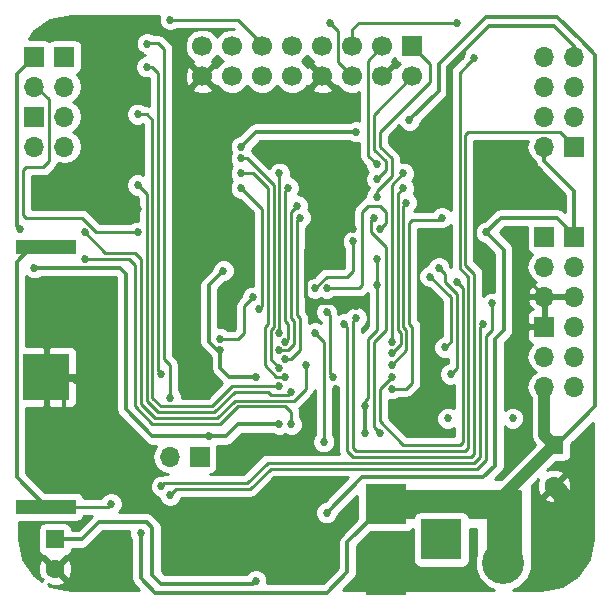
<source format=gbl>
G04 #@! TF.FileFunction,Copper,L2,Bot,Signal*
%FSLAX46Y46*%
G04 Gerber Fmt 4.6, Leading zero omitted, Abs format (unit mm)*
G04 Created by KiCad (PCBNEW 4.0.7) date Sunday, May 05, 2019 'AMt' 09:17:00 AM*
%MOMM*%
%LPD*%
G01*
G04 APERTURE LIST*
%ADD10C,0.100000*%
%ADD11R,3.960000X3.960000*%
%ADD12R,5.080000X1.270000*%
%ADD13R,1.700000X1.700000*%
%ADD14O,1.700000X1.700000*%
%ADD15R,1.600000X1.600000*%
%ADD16C,1.600000*%
%ADD17C,1.700000*%
%ADD18R,3.500000X3.500000*%
%ADD19C,3.556000*%
%ADD20C,0.685800*%
%ADD21C,1.500000*%
%ADD22C,0.350000*%
%ADD23C,0.250000*%
%ADD24C,1.000000*%
%ADD25C,0.254000*%
G04 APERTURE END LIST*
D10*
D11*
X128000000Y-131250000D03*
D12*
X128000000Y-120265000D03*
X128000000Y-142235000D03*
D13*
X172720000Y-111760000D03*
D14*
X170180000Y-111760000D03*
X172720000Y-109220000D03*
X170180000Y-109220000D03*
X172720000Y-106680000D03*
X170180000Y-106680000D03*
X172720000Y-104140000D03*
X170180000Y-104140000D03*
D15*
X171000000Y-137000000D03*
D16*
X171000000Y-140500000D03*
D15*
X128750000Y-145000000D03*
D16*
X128750000Y-147500000D03*
D13*
X159000000Y-103250000D03*
D17*
X159000000Y-105790000D03*
X156460000Y-103250000D03*
X156460000Y-105790000D03*
X153920000Y-103250000D03*
X153920000Y-105790000D03*
X151380000Y-103250000D03*
X151380000Y-105790000D03*
X148840000Y-103250000D03*
X148840000Y-105790000D03*
X146300000Y-103250000D03*
X146300000Y-105790000D03*
X143760000Y-103250000D03*
X143760000Y-105790000D03*
X141220000Y-103250000D03*
X141220000Y-105790000D03*
D13*
X129540000Y-104140000D03*
D14*
X129540000Y-106680000D03*
D13*
X127000000Y-109220000D03*
D14*
X129540000Y-109220000D03*
X127000000Y-111760000D03*
X129540000Y-111760000D03*
D18*
X156750000Y-142000000D03*
X156750000Y-148000000D03*
X161450000Y-145000000D03*
D13*
X170180000Y-119380000D03*
D14*
X170180000Y-121920000D03*
X170180000Y-124460000D03*
D13*
X170180000Y-127000000D03*
D14*
X170180000Y-129540000D03*
X170180000Y-132080000D03*
D13*
X127000000Y-104140000D03*
D14*
X127000000Y-106680000D03*
D19*
X166710000Y-147000000D03*
X171790000Y-147000000D03*
D13*
X141000000Y-138000000D03*
D14*
X138460000Y-138000000D03*
D13*
X172720000Y-119380000D03*
D14*
X172720000Y-121920000D03*
X172720000Y-124460000D03*
X172720000Y-127000000D03*
X172720000Y-129540000D03*
X172720000Y-132080000D03*
D20*
X162000000Y-134750000D03*
X167500000Y-134750000D03*
X141750000Y-111750000D03*
X152250000Y-111750000D03*
X167250000Y-138500000D03*
X151750000Y-145000000D03*
X161250000Y-110500000D03*
X168000000Y-122250000D03*
X165250000Y-121000000D03*
X160750000Y-121000000D03*
X136750000Y-137250000D03*
X154000000Y-118750000D03*
X154250000Y-125250000D03*
X141750000Y-118000000D03*
X131000000Y-114500000D03*
X130500000Y-131500000D03*
X146000000Y-137750000D03*
X152500000Y-132250000D03*
X160750000Y-133500000D03*
X128000000Y-115250000D03*
X129500000Y-136000000D03*
X132000000Y-123000000D03*
X146250000Y-109500000D03*
X139500000Y-129000000D03*
X165250000Y-114000000D03*
X147250000Y-140500000D03*
X139500000Y-121000000D03*
X139500000Y-123000000D03*
X139500000Y-125000000D03*
X135750000Y-107000000D03*
X135750000Y-112000000D03*
X135750000Y-117000000D03*
X136000000Y-101000000D03*
X136000000Y-104000000D03*
X145500000Y-124500000D03*
X133500000Y-142000000D03*
X142750000Y-128000000D03*
X126000000Y-120000000D03*
X127000000Y-122000000D03*
X145750000Y-148500000D03*
X143000000Y-122250000D03*
X141750000Y-136250000D03*
X142750000Y-129000000D03*
X145750000Y-131250000D03*
X155000000Y-136000000D03*
X155000000Y-133750000D03*
X156000000Y-121250000D03*
X156000000Y-123500000D03*
X151750000Y-142750000D03*
X165250000Y-119000000D03*
X125750000Y-118750000D03*
X147750000Y-135250000D03*
X154250000Y-110500000D03*
X144500000Y-111750000D03*
X136000000Y-144500000D03*
X158750000Y-109500000D03*
X151500000Y-136750000D03*
X150750000Y-127500000D03*
X150750000Y-123750000D03*
X154000000Y-119750000D03*
X148750000Y-135250000D03*
X131250000Y-121250000D03*
X131250000Y-119000000D03*
X150000000Y-130250000D03*
X152250000Y-131250000D03*
X151750000Y-125750000D03*
X157250000Y-132250000D03*
X161500000Y-117750000D03*
X161750000Y-128750000D03*
X160500000Y-122750000D03*
X162250000Y-131000000D03*
X161250000Y-122000000D03*
X135750000Y-115000000D03*
X148750000Y-132500000D03*
X135750000Y-109000000D03*
X147750000Y-132000000D03*
X146000000Y-125500000D03*
X144500000Y-115250000D03*
X144500000Y-114000000D03*
X148250000Y-131250000D03*
X147750000Y-130500000D03*
X144500000Y-112750000D03*
X153250000Y-126750000D03*
X164250000Y-104250000D03*
X154250000Y-126250000D03*
X135750000Y-119000000D03*
X162750000Y-123250000D03*
X157250000Y-131250000D03*
X156250000Y-136000000D03*
X155750000Y-117750000D03*
X136550000Y-103050000D03*
X138500000Y-133000000D03*
X136500000Y-105000000D03*
X137750000Y-131000000D03*
X156000000Y-116000000D03*
X156000000Y-114500000D03*
X156000000Y-113250000D03*
X162750000Y-101250000D03*
X152000000Y-101250000D03*
X138500000Y-101000000D03*
X147750000Y-114000000D03*
X147750000Y-127500000D03*
X148500000Y-115250000D03*
X148250000Y-128250000D03*
X149250000Y-116750000D03*
X147750000Y-129000000D03*
X149500000Y-117750000D03*
X148250000Y-129750000D03*
X157250000Y-130250000D03*
X158500000Y-116500000D03*
X157250000Y-129250000D03*
X158250000Y-115250000D03*
X157250000Y-128250000D03*
X158250000Y-114000000D03*
X151750000Y-123750000D03*
X156250000Y-118750000D03*
X165000000Y-126750000D03*
X137750000Y-140500000D03*
X165750000Y-125000000D03*
X138500000Y-141250000D03*
D21*
X171790000Y-147000000D02*
X171790000Y-141290000D01*
X171790000Y-141290000D02*
X171000000Y-140500000D01*
D22*
X172720000Y-104140000D02*
X172720000Y-103220000D01*
X162000000Y-109750000D02*
X161250000Y-110500000D01*
X162000000Y-105000000D02*
X162000000Y-109750000D01*
X165500000Y-101500000D02*
X162000000Y-105000000D01*
X171000000Y-101500000D02*
X165500000Y-101500000D01*
X172720000Y-103220000D02*
X171000000Y-101500000D01*
X170180000Y-124460000D02*
X170180000Y-124430000D01*
X170180000Y-124430000D02*
X168000000Y-122250000D01*
X154250000Y-125250000D02*
X152500000Y-125250000D01*
X151750000Y-118750000D02*
X154000000Y-118750000D01*
X150000000Y-120500000D02*
X151750000Y-118750000D01*
X150000000Y-124500000D02*
X150000000Y-120500000D01*
X150500000Y-125000000D02*
X150000000Y-124500000D01*
X152250000Y-125000000D02*
X150500000Y-125000000D01*
X152500000Y-125250000D02*
X152250000Y-125000000D01*
X128250000Y-131500000D02*
X130500000Y-131500000D01*
X128250000Y-131500000D02*
X128000000Y-131250000D01*
X129500000Y-136000000D02*
X129500000Y-132750000D01*
X129500000Y-132750000D02*
X128000000Y-131250000D01*
X152250000Y-137750000D02*
X146000000Y-137750000D01*
X152500000Y-137500000D02*
X152250000Y-137750000D01*
X152500000Y-132250000D02*
X152500000Y-137500000D01*
X128000000Y-120265000D02*
X126735000Y-120265000D01*
X126735000Y-120265000D02*
X125500000Y-121500000D01*
X125500000Y-121500000D02*
X125500000Y-139735000D01*
X125500000Y-139735000D02*
X128000000Y-142235000D01*
D23*
X145500000Y-124500000D02*
X144750000Y-125250000D01*
X133265000Y-142235000D02*
X128000000Y-142235000D01*
X133500000Y-142000000D02*
X133265000Y-142235000D01*
X144250000Y-128000000D02*
X142750000Y-128000000D01*
X144750000Y-127500000D02*
X144250000Y-128000000D01*
X144750000Y-125250000D02*
X144750000Y-127500000D01*
D22*
X134750000Y-125500000D02*
X134750000Y-122500000D01*
X134250000Y-122000000D02*
X127000000Y-122000000D01*
X134750000Y-122500000D02*
X134250000Y-122000000D01*
X131000000Y-145000000D02*
X128750000Y-145000000D01*
X132500000Y-143500000D02*
X131000000Y-145000000D01*
X136500000Y-143500000D02*
X132500000Y-143500000D01*
X137000000Y-144000000D02*
X136500000Y-143500000D01*
X137000000Y-148000000D02*
X137000000Y-144000000D01*
X137750000Y-148750000D02*
X137000000Y-148000000D01*
X145500000Y-148750000D02*
X137750000Y-148750000D01*
X145750000Y-148500000D02*
X145500000Y-148750000D01*
X172720000Y-119380000D02*
X172720000Y-115470000D01*
X172720000Y-115470000D02*
X170180000Y-112930000D01*
X142750000Y-129000000D02*
X142500000Y-129000000D01*
X141750000Y-123500000D02*
X143000000Y-122250000D01*
X141750000Y-128250000D02*
X141750000Y-123500000D01*
X142500000Y-129000000D02*
X141750000Y-128250000D01*
X142750000Y-130500000D02*
X142750000Y-129000000D01*
X143500000Y-131250000D02*
X142750000Y-130500000D01*
X145750000Y-131250000D02*
X143500000Y-131250000D01*
X137000000Y-136250000D02*
X140500000Y-136250000D01*
X134750000Y-134000000D02*
X137000000Y-136250000D01*
X134750000Y-125500000D02*
X134750000Y-134000000D01*
X155000000Y-136000000D02*
X155000000Y-133750000D01*
D23*
X156000000Y-123500000D02*
X156000000Y-127250000D01*
X155000000Y-133250000D02*
X155000000Y-133750000D01*
X155250000Y-133000000D02*
X155000000Y-133250000D01*
X155250000Y-128000000D02*
X155250000Y-133000000D01*
X156000000Y-127250000D02*
X155250000Y-128000000D01*
X156000000Y-123500000D02*
X156000000Y-121250000D01*
D22*
X166750000Y-120500000D02*
X165250000Y-119000000D01*
X166750000Y-127250000D02*
X166750000Y-120500000D01*
X166000000Y-128000000D02*
X166750000Y-127250000D01*
X166000000Y-138750000D02*
X166000000Y-128000000D01*
X165000000Y-139750000D02*
X166000000Y-138750000D01*
X154750000Y-139750000D02*
X165000000Y-139750000D01*
X151750000Y-142750000D02*
X154750000Y-139750000D01*
D23*
X172720000Y-119380000D02*
X172720000Y-119220000D01*
D22*
X172720000Y-119220000D02*
X171250000Y-117750000D01*
X171250000Y-117750000D02*
X166500000Y-117750000D01*
X166500000Y-117750000D02*
X165250000Y-119000000D01*
X170180000Y-111760000D02*
X170180000Y-112930000D01*
X125500000Y-105640000D02*
X127000000Y-104140000D01*
X125500000Y-118500000D02*
X125500000Y-105640000D01*
X125750000Y-118750000D02*
X125500000Y-118500000D01*
X143250000Y-136250000D02*
X141750000Y-136250000D01*
X144250000Y-135250000D02*
X143250000Y-136250000D01*
X147750000Y-135250000D02*
X144250000Y-135250000D01*
X141750000Y-136250000D02*
X140500000Y-136250000D01*
X145750000Y-110500000D02*
X154250000Y-110500000D01*
X144500000Y-111750000D02*
X145750000Y-110500000D01*
D24*
X166710000Y-147000000D02*
X166710000Y-141290000D01*
X166710000Y-141290000D02*
X171000000Y-137000000D01*
D22*
X153500000Y-145250000D02*
X156750000Y-142000000D01*
X153500000Y-147750000D02*
X153500000Y-145250000D01*
X151750000Y-149500000D02*
X153500000Y-147750000D01*
X137250000Y-149500000D02*
X151750000Y-149500000D01*
X136000000Y-148250000D02*
X137250000Y-149500000D01*
X136000000Y-144500000D02*
X136000000Y-148250000D01*
X161250000Y-104750000D02*
X165250000Y-100750000D01*
X174500000Y-133750000D02*
X174500000Y-110000000D01*
X174500000Y-110000000D02*
X174500000Y-104250000D01*
X174500000Y-104250000D02*
X174500000Y-104000000D01*
X174500000Y-104000000D02*
X173250000Y-102750000D01*
X161250000Y-104750000D02*
X161250000Y-107000000D01*
X161250000Y-107000000D02*
X158750000Y-109500000D01*
X171250000Y-137000000D02*
X174500000Y-133750000D01*
X165250000Y-100750000D02*
X171250000Y-100750000D01*
X171250000Y-100750000D02*
X173250000Y-102750000D01*
X171000000Y-137000000D02*
X171250000Y-137000000D01*
D24*
X170180000Y-132080000D02*
X170180000Y-136180000D01*
X170180000Y-136180000D02*
X171000000Y-137000000D01*
D23*
X151500000Y-128250000D02*
X151500000Y-136750000D01*
X150750000Y-127500000D02*
X151500000Y-128250000D01*
X154000000Y-122250000D02*
X154000000Y-119750000D01*
X153500000Y-122750000D02*
X154000000Y-122250000D01*
X151750000Y-122750000D02*
X153500000Y-122750000D01*
X150750000Y-123750000D02*
X151750000Y-122750000D01*
X135500000Y-129750000D02*
X135500000Y-121750000D01*
X135500000Y-121750000D02*
X135000000Y-121250000D01*
X135500000Y-133750000D02*
X137000000Y-135250000D01*
X148750000Y-134250000D02*
X148750000Y-135250000D01*
X148250000Y-133750000D02*
X148750000Y-134250000D01*
X144250000Y-133750000D02*
X148250000Y-133750000D01*
X142750000Y-135250000D02*
X144250000Y-133750000D01*
X137000000Y-135250000D02*
X142750000Y-135250000D01*
X131250000Y-121250000D02*
X135000000Y-121250000D01*
X135500000Y-133750000D02*
X135500000Y-129750000D01*
X136000000Y-130000000D02*
X136000000Y-121250000D01*
X136000000Y-121250000D02*
X135500000Y-120750000D01*
X131250000Y-119000000D02*
X133000000Y-120750000D01*
X133000000Y-120750000D02*
X135500000Y-120750000D01*
X136000000Y-130000000D02*
X136000000Y-133500000D01*
X150000000Y-132250000D02*
X150000000Y-130250000D01*
X149000000Y-133250000D02*
X150000000Y-132250000D01*
X144000000Y-133250000D02*
X149000000Y-133250000D01*
X142500000Y-134750000D02*
X144000000Y-133250000D01*
X137250000Y-134750000D02*
X142500000Y-134750000D01*
X136000000Y-133500000D02*
X137250000Y-134750000D01*
X152000000Y-131000000D02*
X152250000Y-131250000D01*
X152000000Y-126000000D02*
X152000000Y-131000000D01*
X151750000Y-125750000D02*
X152000000Y-126000000D01*
X159000000Y-131750000D02*
X159000000Y-127000000D01*
X158750000Y-132000000D02*
X159000000Y-131750000D01*
X158500000Y-132250000D02*
X158750000Y-132000000D01*
X157250000Y-132250000D02*
X158500000Y-132250000D01*
X158750000Y-126750000D02*
X159000000Y-127000000D01*
X158750000Y-118250000D02*
X158750000Y-126750000D01*
X159000000Y-118000000D02*
X158750000Y-118250000D01*
X161250000Y-118000000D02*
X159000000Y-118000000D01*
X161500000Y-117750000D02*
X161250000Y-118000000D01*
X162250000Y-128250000D02*
X161750000Y-128750000D01*
X162250000Y-124500000D02*
X162250000Y-128250000D01*
X160500000Y-122750000D02*
X162250000Y-124500000D01*
X162750000Y-130500000D02*
X162250000Y-131000000D01*
X162750000Y-124250000D02*
X162750000Y-130500000D01*
X161750000Y-123250000D02*
X162750000Y-124250000D01*
X161750000Y-122500000D02*
X161750000Y-123250000D01*
X161250000Y-122000000D02*
X161750000Y-122500000D01*
X136500000Y-130250000D02*
X136500000Y-115750000D01*
X136500000Y-115750000D02*
X135750000Y-115000000D01*
X137500000Y-134250000D02*
X142250000Y-134250000D01*
X144000000Y-132500000D02*
X146750000Y-132500000D01*
X146750000Y-132500000D02*
X147000000Y-132750000D01*
X147000000Y-132750000D02*
X148500000Y-132750000D01*
X148500000Y-132750000D02*
X148750000Y-132500000D01*
X142250000Y-134250000D02*
X144000000Y-132500000D01*
X136500000Y-133250000D02*
X137500000Y-134250000D01*
X136500000Y-130250000D02*
X136500000Y-133250000D01*
X137000000Y-130500000D02*
X137000000Y-109500000D01*
X137000000Y-109500000D02*
X136500000Y-109000000D01*
X147750000Y-132000000D02*
X143750000Y-132000000D01*
X143750000Y-132000000D02*
X142000000Y-133750000D01*
X137000000Y-130500000D02*
X137000000Y-133000000D01*
X137000000Y-133000000D02*
X137750000Y-133750000D01*
X137750000Y-133750000D02*
X142000000Y-133750000D01*
X135750000Y-109000000D02*
X136500000Y-109000000D01*
X144500000Y-115250000D02*
X146250000Y-117000000D01*
X146250000Y-117000000D02*
X146250000Y-125250000D01*
X146250000Y-125250000D02*
X146000000Y-125500000D01*
X147500000Y-131250000D02*
X146500000Y-130250000D01*
X145500000Y-114000000D02*
X144500000Y-114000000D01*
X146750000Y-115250000D02*
X145500000Y-114000000D01*
X146750000Y-126750000D02*
X146750000Y-115250000D01*
X146500000Y-127000000D02*
X146750000Y-126750000D01*
X146500000Y-130250000D02*
X146500000Y-127000000D01*
X148250000Y-131250000D02*
X147500000Y-131250000D01*
X147750000Y-130500000D02*
X147000000Y-129750000D01*
X147000000Y-129750000D02*
X147000000Y-127250000D01*
X147000000Y-127250000D02*
X147250000Y-127000000D01*
X147250000Y-127000000D02*
X147250000Y-115000000D01*
X147250000Y-115000000D02*
X145000000Y-112750000D01*
X145000000Y-112750000D02*
X144500000Y-112750000D01*
X164750000Y-110500000D02*
X163750000Y-110500000D01*
X163500000Y-121750000D02*
X164250000Y-122500000D01*
X163500000Y-110750000D02*
X163500000Y-121750000D01*
X163750000Y-110500000D02*
X163500000Y-110750000D01*
X154000000Y-138000000D02*
X164000000Y-138000000D01*
X164250000Y-137750000D02*
X164250000Y-137250000D01*
X164000000Y-138000000D02*
X164250000Y-137750000D01*
X153500000Y-127000000D02*
X153250000Y-126750000D01*
X153500000Y-137500000D02*
X153500000Y-127000000D01*
X154000000Y-138000000D02*
X153500000Y-137500000D01*
X164250000Y-123500000D02*
X164250000Y-137250000D01*
X172720000Y-111720000D02*
X171500000Y-110500000D01*
X171500000Y-110500000D02*
X164750000Y-110500000D01*
X164250000Y-122500000D02*
X164250000Y-123500000D01*
X172720000Y-111760000D02*
X172720000Y-111720000D01*
X163750000Y-122750000D02*
X163000000Y-122000000D01*
X163000000Y-105500000D02*
X163750000Y-104750000D01*
X163000000Y-122000000D02*
X163000000Y-105500000D01*
X163750000Y-136750000D02*
X163750000Y-137250000D01*
X163500000Y-137500000D02*
X154250000Y-137500000D01*
X163750000Y-137250000D02*
X163500000Y-137500000D01*
X154000000Y-133500000D02*
X154000000Y-126500000D01*
X163750000Y-122750000D02*
X163750000Y-123500000D01*
X164250000Y-104250000D02*
X163750000Y-104750000D01*
X163750000Y-136750000D02*
X163750000Y-123500000D01*
X154000000Y-137250000D02*
X154250000Y-137500000D01*
X154000000Y-133500000D02*
X154000000Y-137250000D01*
X154000000Y-126500000D02*
X154250000Y-126250000D01*
X131000000Y-117750000D02*
X126250000Y-117750000D01*
X127750000Y-113500000D02*
X128250000Y-113000000D01*
X126250000Y-113500000D02*
X127750000Y-113500000D01*
X126000000Y-113750000D02*
X126250000Y-113500000D01*
X126000000Y-117500000D02*
X126000000Y-113750000D01*
X126250000Y-117750000D02*
X126000000Y-117500000D01*
X133500000Y-119000000D02*
X132250000Y-119000000D01*
X132250000Y-119000000D02*
X131000000Y-117750000D01*
X127000000Y-106680000D02*
X127180000Y-106680000D01*
X127180000Y-106680000D02*
X128250000Y-107750000D01*
X128250000Y-107750000D02*
X128250000Y-113000000D01*
X133500000Y-119000000D02*
X135750000Y-119000000D01*
X162750000Y-123250000D02*
X163250000Y-123750000D01*
X163250000Y-123750000D02*
X163250000Y-136750000D01*
X156250000Y-135000000D02*
X158250000Y-137000000D01*
X158250000Y-137000000D02*
X163000000Y-137000000D01*
X163000000Y-137000000D02*
X163250000Y-136750000D01*
X157250000Y-131250000D02*
X156750000Y-131750000D01*
X156750000Y-131750000D02*
X156250000Y-132250000D01*
X156250000Y-132250000D02*
X156250000Y-135000000D01*
X156250000Y-127750000D02*
X155750000Y-128250000D01*
X155750000Y-135500000D02*
X156250000Y-136000000D01*
X155750000Y-128250000D02*
X155750000Y-135500000D01*
X156750000Y-127250000D02*
X156250000Y-127750000D01*
X156750000Y-120250000D02*
X156750000Y-127250000D01*
X155500000Y-119000000D02*
X156750000Y-120250000D01*
X155500000Y-118000000D02*
X155500000Y-119000000D01*
X155750000Y-117750000D02*
X155500000Y-118000000D01*
X138500000Y-130500000D02*
X138500000Y-130250000D01*
X138000000Y-103500000D02*
X137500000Y-103000000D01*
X138000000Y-129750000D02*
X138000000Y-103500000D01*
X138500000Y-130250000D02*
X138000000Y-129750000D01*
X138500000Y-130500000D02*
X138500000Y-133000000D01*
X136550000Y-103050000D02*
X136600000Y-103000000D01*
X136600000Y-103000000D02*
X137500000Y-103000000D01*
X137750000Y-131000000D02*
X137500000Y-130750000D01*
X137500000Y-105500000D02*
X137000000Y-105000000D01*
X137500000Y-130750000D02*
X137500000Y-105500000D01*
X136500000Y-105000000D02*
X137000000Y-105000000D01*
X156000000Y-116000000D02*
X156000000Y-115500000D01*
X156000000Y-115500000D02*
X157250000Y-114250000D01*
X156250000Y-110500000D02*
X160500000Y-106250000D01*
X156250000Y-111750000D02*
X156250000Y-110500000D01*
X157250000Y-112750000D02*
X156250000Y-111750000D01*
X157250000Y-114250000D02*
X157250000Y-112750000D01*
X160500000Y-104750000D02*
X159000000Y-103250000D01*
X160500000Y-106250000D02*
X160500000Y-104750000D01*
X155750000Y-109040000D02*
X159000000Y-105790000D01*
X155750000Y-112000000D02*
X155750000Y-109040000D01*
X156750000Y-113000000D02*
X155750000Y-112000000D01*
X156750000Y-113750000D02*
X156750000Y-113000000D01*
X156000000Y-114500000D02*
X156750000Y-113750000D01*
X155250000Y-104460000D02*
X156460000Y-103250000D01*
X155250000Y-112500000D02*
X155250000Y-104460000D01*
X156000000Y-113250000D02*
X155250000Y-112500000D01*
X162750000Y-101250000D02*
X154500000Y-101250000D01*
X153920000Y-101830000D02*
X153920000Y-103250000D01*
X154500000Y-101250000D02*
X153920000Y-101830000D01*
X152750000Y-104620000D02*
X153920000Y-105790000D01*
X152750000Y-102000000D02*
X152750000Y-104620000D01*
X152000000Y-101250000D02*
X152750000Y-102000000D01*
X144250000Y-101000000D02*
X146300000Y-103050000D01*
X138500000Y-101000000D02*
X144250000Y-101000000D01*
X146300000Y-103050000D02*
X146300000Y-103250000D01*
X147750000Y-123000000D02*
X147750000Y-114000000D01*
X147750000Y-127500000D02*
X147750000Y-123000000D01*
X148250000Y-115500000D02*
X148250000Y-126500000D01*
X148500000Y-115250000D02*
X148250000Y-115500000D01*
X148500000Y-126750000D02*
X148250000Y-126500000D01*
X148500000Y-128000000D02*
X148500000Y-126750000D01*
X148250000Y-128250000D02*
X148500000Y-128000000D01*
X148750000Y-117250000D02*
X148750000Y-126250000D01*
X149250000Y-116750000D02*
X148750000Y-117250000D01*
X149000000Y-126500000D02*
X148750000Y-126250000D01*
X149000000Y-128500000D02*
X149000000Y-126500000D01*
X148500000Y-129000000D02*
X149000000Y-128500000D01*
X147750000Y-129000000D02*
X148500000Y-129000000D01*
X149250000Y-118000000D02*
X149500000Y-117750000D01*
X149250000Y-126000000D02*
X149250000Y-118000000D01*
X149500000Y-126250000D02*
X149250000Y-126000000D01*
X149500000Y-129000000D02*
X149500000Y-126250000D01*
X148750000Y-129750000D02*
X149500000Y-129000000D01*
X148250000Y-129750000D02*
X148750000Y-129750000D01*
X158500000Y-129000000D02*
X157250000Y-130250000D01*
X158500000Y-127250000D02*
X158500000Y-129000000D01*
X158250000Y-127000000D02*
X158500000Y-127250000D01*
X158250000Y-116750000D02*
X158250000Y-127000000D01*
X158500000Y-116500000D02*
X158250000Y-116750000D01*
X158000000Y-128500000D02*
X158000000Y-127500000D01*
X157250000Y-129250000D02*
X158000000Y-128500000D01*
X158000000Y-127500000D02*
X157750000Y-127250000D01*
X157750000Y-115750000D02*
X157750000Y-127250000D01*
X158250000Y-115250000D02*
X157750000Y-115750000D01*
X157250000Y-115500000D02*
X157250000Y-115000000D01*
X157250000Y-115000000D02*
X158250000Y-114000000D01*
X157250000Y-128250000D02*
X157250000Y-115500000D01*
X151750000Y-123750000D02*
X154500000Y-123750000D01*
X155500000Y-116750000D02*
X155250000Y-116750000D01*
X155500000Y-116750000D02*
X156250000Y-116750000D01*
X156250000Y-116750000D02*
X156750000Y-117250000D01*
X156750000Y-117250000D02*
X156750000Y-118250000D01*
X156750000Y-118250000D02*
X156250000Y-118750000D01*
X155250000Y-116750000D02*
X154750000Y-117250000D01*
X154750000Y-117250000D02*
X154750000Y-123500000D01*
X154750000Y-123500000D02*
X154500000Y-123750000D01*
X164750000Y-127000000D02*
X165000000Y-126750000D01*
X164750000Y-138000000D02*
X164750000Y-127000000D01*
X164250000Y-138500000D02*
X164750000Y-138000000D01*
X146750000Y-138500000D02*
X164250000Y-138500000D01*
X145000000Y-140250000D02*
X146750000Y-138500000D01*
X138000000Y-140250000D02*
X145000000Y-140250000D01*
X137750000Y-140500000D02*
X138000000Y-140250000D01*
X165750000Y-127250000D02*
X165750000Y-125000000D01*
X165250000Y-127750000D02*
X165750000Y-127250000D01*
X165250000Y-138250000D02*
X165250000Y-127750000D01*
X164500000Y-139000000D02*
X165250000Y-138250000D01*
X147000000Y-139000000D02*
X164500000Y-139000000D01*
X145250000Y-140750000D02*
X147000000Y-139000000D01*
X139000000Y-140750000D02*
X145250000Y-140750000D01*
X138500000Y-141250000D02*
X139000000Y-140750000D01*
D25*
G36*
X174290000Y-144930069D02*
X173950592Y-146636390D01*
X173023654Y-148023651D01*
X171636390Y-148950592D01*
X169930069Y-149290000D01*
X167486562Y-149290000D01*
X168075069Y-149046834D01*
X168754449Y-148368639D01*
X169122580Y-147482081D01*
X169122763Y-147272520D01*
X169127000Y-147250000D01*
X169127000Y-141507745D01*
X170171861Y-141507745D01*
X170245995Y-141753864D01*
X170783223Y-141946965D01*
X171353454Y-141919778D01*
X171754005Y-141753864D01*
X171828139Y-141507745D01*
X171000000Y-140679605D01*
X170171861Y-141507745D01*
X169127000Y-141507745D01*
X169127000Y-140478132D01*
X169682727Y-139922405D01*
X169553035Y-140283223D01*
X169580222Y-140853454D01*
X169746136Y-141254005D01*
X169992255Y-141328139D01*
X170820395Y-140500000D01*
X171179605Y-140500000D01*
X172007745Y-141328139D01*
X172253864Y-141254005D01*
X172446965Y-140716777D01*
X172419778Y-140146546D01*
X172253864Y-139745995D01*
X172007745Y-139671861D01*
X171179605Y-140500000D01*
X170820395Y-140500000D01*
X170806252Y-140485858D01*
X170985858Y-140306252D01*
X171000000Y-140320395D01*
X171828139Y-139492255D01*
X171754005Y-139246136D01*
X171216777Y-139053035D01*
X170646546Y-139080222D01*
X170438900Y-139166232D01*
X171157692Y-138447440D01*
X171800000Y-138447440D01*
X172035317Y-138403162D01*
X172251441Y-138264090D01*
X172396431Y-138051890D01*
X172447440Y-137800000D01*
X172447440Y-136948072D01*
X174290000Y-135105513D01*
X174290000Y-144930069D01*
X174290000Y-144930069D01*
G37*
X174290000Y-144930069D02*
X173950592Y-146636390D01*
X173023654Y-148023651D01*
X171636390Y-148950592D01*
X169930069Y-149290000D01*
X167486562Y-149290000D01*
X168075069Y-149046834D01*
X168754449Y-148368639D01*
X169122580Y-147482081D01*
X169122763Y-147272520D01*
X169127000Y-147250000D01*
X169127000Y-141507745D01*
X170171861Y-141507745D01*
X170245995Y-141753864D01*
X170783223Y-141946965D01*
X171353454Y-141919778D01*
X171754005Y-141753864D01*
X171828139Y-141507745D01*
X171000000Y-140679605D01*
X170171861Y-141507745D01*
X169127000Y-141507745D01*
X169127000Y-140478132D01*
X169682727Y-139922405D01*
X169553035Y-140283223D01*
X169580222Y-140853454D01*
X169746136Y-141254005D01*
X169992255Y-141328139D01*
X170820395Y-140500000D01*
X171179605Y-140500000D01*
X172007745Y-141328139D01*
X172253864Y-141254005D01*
X172446965Y-140716777D01*
X172419778Y-140146546D01*
X172253864Y-139745995D01*
X172007745Y-139671861D01*
X171179605Y-140500000D01*
X170820395Y-140500000D01*
X170806252Y-140485858D01*
X170985858Y-140306252D01*
X171000000Y-140320395D01*
X171828139Y-139492255D01*
X171754005Y-139246136D01*
X171216777Y-139053035D01*
X170646546Y-139080222D01*
X170438900Y-139166232D01*
X171157692Y-138447440D01*
X171800000Y-138447440D01*
X172035317Y-138403162D01*
X172251441Y-138264090D01*
X172396431Y-138051890D01*
X172447440Y-137800000D01*
X172447440Y-136948072D01*
X174290000Y-135105513D01*
X174290000Y-144930069D01*
G36*
X130664488Y-144190000D02*
X130195558Y-144190000D01*
X130153162Y-143964683D01*
X130014090Y-143748559D01*
X129801890Y-143603569D01*
X129550000Y-143552560D01*
X127950000Y-143552560D01*
X127714683Y-143596838D01*
X127498559Y-143735910D01*
X127353569Y-143948110D01*
X127302560Y-144200000D01*
X127302560Y-145800000D01*
X127346838Y-146035317D01*
X127485910Y-146251441D01*
X127698110Y-146396431D01*
X127936201Y-146444646D01*
X127921861Y-146492255D01*
X128750000Y-147320395D01*
X129578139Y-146492255D01*
X129563855Y-146444833D01*
X129785317Y-146403162D01*
X130001441Y-146264090D01*
X130146431Y-146051890D01*
X130195415Y-145810000D01*
X131000000Y-145810000D01*
X131309974Y-145748342D01*
X131572756Y-145572756D01*
X132835513Y-144310000D01*
X135022265Y-144310000D01*
X135021931Y-144693663D01*
X135170493Y-145053212D01*
X135190000Y-145072753D01*
X135190000Y-148250000D01*
X135251658Y-148559974D01*
X135342127Y-148695370D01*
X135427244Y-148822756D01*
X135894488Y-149290000D01*
X130069931Y-149290000D01*
X128363610Y-148950592D01*
X128154395Y-148810799D01*
X128533223Y-148946965D01*
X129103454Y-148919778D01*
X129504005Y-148753864D01*
X129578139Y-148507745D01*
X128750000Y-147679605D01*
X128735858Y-147693748D01*
X128556252Y-147514142D01*
X128570395Y-147500000D01*
X128929605Y-147500000D01*
X129757745Y-148328139D01*
X130003864Y-148254005D01*
X130196965Y-147716777D01*
X130169778Y-147146546D01*
X130003864Y-146745995D01*
X129757745Y-146671861D01*
X128929605Y-147500000D01*
X128570395Y-147500000D01*
X127742255Y-146671861D01*
X127496136Y-146745995D01*
X127303035Y-147283223D01*
X127330222Y-147853454D01*
X127496136Y-148254005D01*
X127742253Y-148328139D01*
X127627378Y-148443014D01*
X127674523Y-148490159D01*
X126976349Y-148023654D01*
X126049408Y-146636390D01*
X125710000Y-144930069D01*
X125710000Y-143517440D01*
X130540000Y-143517440D01*
X130775317Y-143473162D01*
X130991441Y-143334090D01*
X131136431Y-143121890D01*
X131162127Y-142995000D01*
X131859487Y-142995000D01*
X130664488Y-144190000D01*
X130664488Y-144190000D01*
G37*
X130664488Y-144190000D02*
X130195558Y-144190000D01*
X130153162Y-143964683D01*
X130014090Y-143748559D01*
X129801890Y-143603569D01*
X129550000Y-143552560D01*
X127950000Y-143552560D01*
X127714683Y-143596838D01*
X127498559Y-143735910D01*
X127353569Y-143948110D01*
X127302560Y-144200000D01*
X127302560Y-145800000D01*
X127346838Y-146035317D01*
X127485910Y-146251441D01*
X127698110Y-146396431D01*
X127936201Y-146444646D01*
X127921861Y-146492255D01*
X128750000Y-147320395D01*
X129578139Y-146492255D01*
X129563855Y-146444833D01*
X129785317Y-146403162D01*
X130001441Y-146264090D01*
X130146431Y-146051890D01*
X130195415Y-145810000D01*
X131000000Y-145810000D01*
X131309974Y-145748342D01*
X131572756Y-145572756D01*
X132835513Y-144310000D01*
X135022265Y-144310000D01*
X135021931Y-144693663D01*
X135170493Y-145053212D01*
X135190000Y-145072753D01*
X135190000Y-148250000D01*
X135251658Y-148559974D01*
X135342127Y-148695370D01*
X135427244Y-148822756D01*
X135894488Y-149290000D01*
X130069931Y-149290000D01*
X128363610Y-148950592D01*
X128154395Y-148810799D01*
X128533223Y-148946965D01*
X129103454Y-148919778D01*
X129504005Y-148753864D01*
X129578139Y-148507745D01*
X128750000Y-147679605D01*
X128735858Y-147693748D01*
X128556252Y-147514142D01*
X128570395Y-147500000D01*
X128929605Y-147500000D01*
X129757745Y-148328139D01*
X130003864Y-148254005D01*
X130196965Y-147716777D01*
X130169778Y-147146546D01*
X130003864Y-146745995D01*
X129757745Y-146671861D01*
X128929605Y-147500000D01*
X128570395Y-147500000D01*
X127742255Y-146671861D01*
X127496136Y-146745995D01*
X127303035Y-147283223D01*
X127330222Y-147853454D01*
X127496136Y-148254005D01*
X127742253Y-148328139D01*
X127627378Y-148443014D01*
X127674523Y-148490159D01*
X126976349Y-148023654D01*
X126049408Y-146636390D01*
X125710000Y-144930069D01*
X125710000Y-143517440D01*
X130540000Y-143517440D01*
X130775317Y-143473162D01*
X130991441Y-143334090D01*
X131136431Y-143121890D01*
X131162127Y-142995000D01*
X131859487Y-142995000D01*
X130664488Y-144190000D01*
G36*
X159052560Y-146750000D02*
X159096838Y-146985317D01*
X159235910Y-147201441D01*
X159448110Y-147346431D01*
X159700000Y-147397440D01*
X163200000Y-147397440D01*
X163435317Y-147353162D01*
X163651441Y-147214090D01*
X163796431Y-147001890D01*
X163847440Y-146750000D01*
X163847440Y-144127000D01*
X164373000Y-144127000D01*
X164373000Y-146335902D01*
X164297420Y-146517919D01*
X164296583Y-147477870D01*
X164663166Y-148365069D01*
X165341361Y-149044449D01*
X165932714Y-149290000D01*
X153105512Y-149290000D01*
X154072757Y-148322756D01*
X154248343Y-148059973D01*
X154275766Y-147922103D01*
X154310000Y-147750000D01*
X154310000Y-145585512D01*
X155498072Y-144397440D01*
X158500000Y-144397440D01*
X158735317Y-144353162D01*
X158951441Y-144214090D01*
X159010947Y-144127000D01*
X159052560Y-144127000D01*
X159052560Y-146750000D01*
X159052560Y-146750000D01*
G37*
X159052560Y-146750000D02*
X159096838Y-146985317D01*
X159235910Y-147201441D01*
X159448110Y-147346431D01*
X159700000Y-147397440D01*
X163200000Y-147397440D01*
X163435317Y-147353162D01*
X163651441Y-147214090D01*
X163796431Y-147001890D01*
X163847440Y-146750000D01*
X163847440Y-144127000D01*
X164373000Y-144127000D01*
X164373000Y-146335902D01*
X164297420Y-146517919D01*
X164296583Y-147477870D01*
X164663166Y-148365069D01*
X165341361Y-149044449D01*
X165932714Y-149290000D01*
X153105512Y-149290000D01*
X154072757Y-148322756D01*
X154248343Y-148059973D01*
X154275766Y-147922103D01*
X154310000Y-147750000D01*
X154310000Y-145585512D01*
X155498072Y-144397440D01*
X158500000Y-144397440D01*
X158735317Y-144353162D01*
X158951441Y-144214090D01*
X159010947Y-144127000D01*
X159052560Y-144127000D01*
X159052560Y-146750000D01*
G36*
X126445341Y-122828540D02*
X126804630Y-122977730D01*
X127193663Y-122978069D01*
X127553212Y-122829507D01*
X127572753Y-122810000D01*
X133914488Y-122810000D01*
X133940000Y-122835513D01*
X133940000Y-134000000D01*
X134001658Y-134309974D01*
X134075505Y-134420493D01*
X134177244Y-134572756D01*
X136427244Y-136822757D01*
X136690027Y-136998343D01*
X137000000Y-137060000D01*
X137316971Y-137060000D01*
X137088039Y-137402622D01*
X136975000Y-137970907D01*
X136975000Y-138029093D01*
X137088039Y-138597378D01*
X137409946Y-139079147D01*
X137891715Y-139401054D01*
X138338876Y-139490000D01*
X138000000Y-139490000D01*
X137838238Y-139522177D01*
X137556337Y-139521931D01*
X137196788Y-139670493D01*
X136921460Y-139945341D01*
X136772270Y-140304630D01*
X136771931Y-140693663D01*
X136920493Y-141053212D01*
X137195341Y-141328540D01*
X137532150Y-141468396D01*
X137670493Y-141803212D01*
X137945341Y-142078540D01*
X138304630Y-142227730D01*
X138693663Y-142228069D01*
X139053212Y-142079507D01*
X139328540Y-141804659D01*
X139450893Y-141510000D01*
X145250000Y-141510000D01*
X145540839Y-141452148D01*
X145787401Y-141287401D01*
X147314802Y-139760000D01*
X153594487Y-139760000D01*
X151582534Y-141771954D01*
X151556337Y-141771931D01*
X151196788Y-141920493D01*
X150921460Y-142195341D01*
X150772270Y-142554630D01*
X150771931Y-142943663D01*
X150920493Y-143303212D01*
X151195341Y-143578540D01*
X151554630Y-143727730D01*
X151943663Y-143728069D01*
X152303212Y-143579507D01*
X152578540Y-143304659D01*
X152727730Y-142945370D01*
X152727754Y-142917758D01*
X154352560Y-141292953D01*
X154352560Y-143251928D01*
X152927244Y-144677244D01*
X152751658Y-144940026D01*
X152690000Y-145250000D01*
X152690000Y-147414487D01*
X151414488Y-148690000D01*
X146727735Y-148690000D01*
X146728069Y-148306337D01*
X146579507Y-147946788D01*
X146304659Y-147671460D01*
X145945370Y-147522270D01*
X145556337Y-147521931D01*
X145196788Y-147670493D01*
X144926810Y-147940000D01*
X138085513Y-147940000D01*
X137810000Y-147664488D01*
X137810000Y-144000000D01*
X137772201Y-143809973D01*
X137748343Y-143690027D01*
X137572757Y-143427244D01*
X137072756Y-142927244D01*
X136809974Y-142751658D01*
X136500000Y-142690000D01*
X134192963Y-142690000D01*
X134328540Y-142554659D01*
X134477730Y-142195370D01*
X134478069Y-141806337D01*
X134329507Y-141446788D01*
X134054659Y-141171460D01*
X133695370Y-141022270D01*
X133306337Y-141021931D01*
X132946788Y-141170493D01*
X132671460Y-141445341D01*
X132659144Y-141475000D01*
X131163920Y-141475000D01*
X131143162Y-141364683D01*
X131004090Y-141148559D01*
X130791890Y-141003569D01*
X130540000Y-140952560D01*
X127863073Y-140952560D01*
X126310000Y-139399488D01*
X126310000Y-133865000D01*
X127714250Y-133865000D01*
X127873000Y-133706250D01*
X127873000Y-131377000D01*
X128127000Y-131377000D01*
X128127000Y-133706250D01*
X128285750Y-133865000D01*
X130106310Y-133865000D01*
X130339699Y-133768327D01*
X130518327Y-133589698D01*
X130615000Y-133356309D01*
X130615000Y-131535750D01*
X130456250Y-131377000D01*
X128127000Y-131377000D01*
X127873000Y-131377000D01*
X127853000Y-131377000D01*
X127853000Y-131123000D01*
X127873000Y-131123000D01*
X127873000Y-128793750D01*
X128127000Y-128793750D01*
X128127000Y-131123000D01*
X130456250Y-131123000D01*
X130615000Y-130964250D01*
X130615000Y-129143691D01*
X130518327Y-128910302D01*
X130339699Y-128731673D01*
X130106310Y-128635000D01*
X128285750Y-128635000D01*
X128127000Y-128793750D01*
X127873000Y-128793750D01*
X127714250Y-128635000D01*
X126310000Y-128635000D01*
X126310000Y-122692963D01*
X126445341Y-122828540D01*
X126445341Y-122828540D01*
G37*
X126445341Y-122828540D02*
X126804630Y-122977730D01*
X127193663Y-122978069D01*
X127553212Y-122829507D01*
X127572753Y-122810000D01*
X133914488Y-122810000D01*
X133940000Y-122835513D01*
X133940000Y-134000000D01*
X134001658Y-134309974D01*
X134075505Y-134420493D01*
X134177244Y-134572756D01*
X136427244Y-136822757D01*
X136690027Y-136998343D01*
X137000000Y-137060000D01*
X137316971Y-137060000D01*
X137088039Y-137402622D01*
X136975000Y-137970907D01*
X136975000Y-138029093D01*
X137088039Y-138597378D01*
X137409946Y-139079147D01*
X137891715Y-139401054D01*
X138338876Y-139490000D01*
X138000000Y-139490000D01*
X137838238Y-139522177D01*
X137556337Y-139521931D01*
X137196788Y-139670493D01*
X136921460Y-139945341D01*
X136772270Y-140304630D01*
X136771931Y-140693663D01*
X136920493Y-141053212D01*
X137195341Y-141328540D01*
X137532150Y-141468396D01*
X137670493Y-141803212D01*
X137945341Y-142078540D01*
X138304630Y-142227730D01*
X138693663Y-142228069D01*
X139053212Y-142079507D01*
X139328540Y-141804659D01*
X139450893Y-141510000D01*
X145250000Y-141510000D01*
X145540839Y-141452148D01*
X145787401Y-141287401D01*
X147314802Y-139760000D01*
X153594487Y-139760000D01*
X151582534Y-141771954D01*
X151556337Y-141771931D01*
X151196788Y-141920493D01*
X150921460Y-142195341D01*
X150772270Y-142554630D01*
X150771931Y-142943663D01*
X150920493Y-143303212D01*
X151195341Y-143578540D01*
X151554630Y-143727730D01*
X151943663Y-143728069D01*
X152303212Y-143579507D01*
X152578540Y-143304659D01*
X152727730Y-142945370D01*
X152727754Y-142917758D01*
X154352560Y-141292953D01*
X154352560Y-143251928D01*
X152927244Y-144677244D01*
X152751658Y-144940026D01*
X152690000Y-145250000D01*
X152690000Y-147414487D01*
X151414488Y-148690000D01*
X146727735Y-148690000D01*
X146728069Y-148306337D01*
X146579507Y-147946788D01*
X146304659Y-147671460D01*
X145945370Y-147522270D01*
X145556337Y-147521931D01*
X145196788Y-147670493D01*
X144926810Y-147940000D01*
X138085513Y-147940000D01*
X137810000Y-147664488D01*
X137810000Y-144000000D01*
X137772201Y-143809973D01*
X137748343Y-143690027D01*
X137572757Y-143427244D01*
X137072756Y-142927244D01*
X136809974Y-142751658D01*
X136500000Y-142690000D01*
X134192963Y-142690000D01*
X134328540Y-142554659D01*
X134477730Y-142195370D01*
X134478069Y-141806337D01*
X134329507Y-141446788D01*
X134054659Y-141171460D01*
X133695370Y-141022270D01*
X133306337Y-141021931D01*
X132946788Y-141170493D01*
X132671460Y-141445341D01*
X132659144Y-141475000D01*
X131163920Y-141475000D01*
X131143162Y-141364683D01*
X131004090Y-141148559D01*
X130791890Y-141003569D01*
X130540000Y-140952560D01*
X127863073Y-140952560D01*
X126310000Y-139399488D01*
X126310000Y-133865000D01*
X127714250Y-133865000D01*
X127873000Y-133706250D01*
X127873000Y-131377000D01*
X128127000Y-131377000D01*
X128127000Y-133706250D01*
X128285750Y-133865000D01*
X130106310Y-133865000D01*
X130339699Y-133768327D01*
X130518327Y-133589698D01*
X130615000Y-133356309D01*
X130615000Y-131535750D01*
X130456250Y-131377000D01*
X128127000Y-131377000D01*
X127873000Y-131377000D01*
X127853000Y-131377000D01*
X127853000Y-131123000D01*
X127873000Y-131123000D01*
X127873000Y-128793750D01*
X128127000Y-128793750D01*
X128127000Y-131123000D01*
X130456250Y-131123000D01*
X130615000Y-130964250D01*
X130615000Y-129143691D01*
X130518327Y-128910302D01*
X130339699Y-128731673D01*
X130106310Y-128635000D01*
X128285750Y-128635000D01*
X128127000Y-128793750D01*
X127873000Y-128793750D01*
X127714250Y-128635000D01*
X126310000Y-128635000D01*
X126310000Y-122692963D01*
X126445341Y-122828540D01*
G36*
X168682560Y-120230000D02*
X168726838Y-120465317D01*
X168865910Y-120681441D01*
X169078110Y-120826431D01*
X169145541Y-120840086D01*
X169100853Y-120869946D01*
X168778946Y-121351715D01*
X168665907Y-121920000D01*
X168778946Y-122488285D01*
X169100853Y-122970054D01*
X169441553Y-123197702D01*
X169298642Y-123264817D01*
X168908355Y-123693076D01*
X168738524Y-124103110D01*
X168859845Y-124333000D01*
X170053000Y-124333000D01*
X170053000Y-124313000D01*
X170307000Y-124313000D01*
X170307000Y-124333000D01*
X172593000Y-124333000D01*
X172593000Y-124313000D01*
X172847000Y-124313000D01*
X172847000Y-124333000D01*
X172867000Y-124333000D01*
X172867000Y-124587000D01*
X172847000Y-124587000D01*
X172847000Y-124607000D01*
X172593000Y-124607000D01*
X172593000Y-124587000D01*
X170307000Y-124587000D01*
X170307000Y-126873000D01*
X170327000Y-126873000D01*
X170327000Y-127127000D01*
X170307000Y-127127000D01*
X170307000Y-127147000D01*
X170053000Y-127147000D01*
X170053000Y-127127000D01*
X168853750Y-127127000D01*
X168695000Y-127285750D01*
X168695000Y-127976310D01*
X168791673Y-128209699D01*
X168970302Y-128388327D01*
X169144777Y-128460597D01*
X169100853Y-128489946D01*
X168778946Y-128971715D01*
X168665907Y-129540000D01*
X168778946Y-130108285D01*
X169100853Y-130590054D01*
X169430026Y-130810000D01*
X169100853Y-131029946D01*
X168778946Y-131511715D01*
X168665907Y-132080000D01*
X168778946Y-132648285D01*
X169045000Y-133046464D01*
X169045000Y-136180000D01*
X169131397Y-136614346D01*
X169270653Y-136822757D01*
X169377434Y-136982566D01*
X169394868Y-137000000D01*
X166521868Y-139873000D01*
X166022512Y-139873000D01*
X166572757Y-139322756D01*
X166748343Y-139059973D01*
X166810000Y-138750000D01*
X166810000Y-135442963D01*
X166945341Y-135578540D01*
X167304630Y-135727730D01*
X167693663Y-135728069D01*
X168053212Y-135579507D01*
X168328540Y-135304659D01*
X168477730Y-134945370D01*
X168478069Y-134556337D01*
X168329507Y-134196788D01*
X168054659Y-133921460D01*
X167695370Y-133772270D01*
X167306337Y-133771931D01*
X166946788Y-133920493D01*
X166810000Y-134057043D01*
X166810000Y-128335512D01*
X167322756Y-127822757D01*
X167485290Y-127579507D01*
X167498342Y-127559974D01*
X167560000Y-127250000D01*
X167560000Y-126023690D01*
X168695000Y-126023690D01*
X168695000Y-126714250D01*
X168853750Y-126873000D01*
X170053000Y-126873000D01*
X170053000Y-124587000D01*
X168859845Y-124587000D01*
X168738524Y-124816890D01*
X168908355Y-125226924D01*
X169179878Y-125524864D01*
X168970302Y-125611673D01*
X168791673Y-125790301D01*
X168695000Y-126023690D01*
X167560000Y-126023690D01*
X167560000Y-120500000D01*
X167498342Y-120190026D01*
X167391415Y-120029999D01*
X167322756Y-119927243D01*
X166395512Y-119000000D01*
X166835513Y-118560000D01*
X168682560Y-118560000D01*
X168682560Y-120230000D01*
X168682560Y-120230000D01*
G37*
X168682560Y-120230000D02*
X168726838Y-120465317D01*
X168865910Y-120681441D01*
X169078110Y-120826431D01*
X169145541Y-120840086D01*
X169100853Y-120869946D01*
X168778946Y-121351715D01*
X168665907Y-121920000D01*
X168778946Y-122488285D01*
X169100853Y-122970054D01*
X169441553Y-123197702D01*
X169298642Y-123264817D01*
X168908355Y-123693076D01*
X168738524Y-124103110D01*
X168859845Y-124333000D01*
X170053000Y-124333000D01*
X170053000Y-124313000D01*
X170307000Y-124313000D01*
X170307000Y-124333000D01*
X172593000Y-124333000D01*
X172593000Y-124313000D01*
X172847000Y-124313000D01*
X172847000Y-124333000D01*
X172867000Y-124333000D01*
X172867000Y-124587000D01*
X172847000Y-124587000D01*
X172847000Y-124607000D01*
X172593000Y-124607000D01*
X172593000Y-124587000D01*
X170307000Y-124587000D01*
X170307000Y-126873000D01*
X170327000Y-126873000D01*
X170327000Y-127127000D01*
X170307000Y-127127000D01*
X170307000Y-127147000D01*
X170053000Y-127147000D01*
X170053000Y-127127000D01*
X168853750Y-127127000D01*
X168695000Y-127285750D01*
X168695000Y-127976310D01*
X168791673Y-128209699D01*
X168970302Y-128388327D01*
X169144777Y-128460597D01*
X169100853Y-128489946D01*
X168778946Y-128971715D01*
X168665907Y-129540000D01*
X168778946Y-130108285D01*
X169100853Y-130590054D01*
X169430026Y-130810000D01*
X169100853Y-131029946D01*
X168778946Y-131511715D01*
X168665907Y-132080000D01*
X168778946Y-132648285D01*
X169045000Y-133046464D01*
X169045000Y-136180000D01*
X169131397Y-136614346D01*
X169270653Y-136822757D01*
X169377434Y-136982566D01*
X169394868Y-137000000D01*
X166521868Y-139873000D01*
X166022512Y-139873000D01*
X166572757Y-139322756D01*
X166748343Y-139059973D01*
X166810000Y-138750000D01*
X166810000Y-135442963D01*
X166945341Y-135578540D01*
X167304630Y-135727730D01*
X167693663Y-135728069D01*
X168053212Y-135579507D01*
X168328540Y-135304659D01*
X168477730Y-134945370D01*
X168478069Y-134556337D01*
X168329507Y-134196788D01*
X168054659Y-133921460D01*
X167695370Y-133772270D01*
X167306337Y-133771931D01*
X166946788Y-133920493D01*
X166810000Y-134057043D01*
X166810000Y-128335512D01*
X167322756Y-127822757D01*
X167485290Y-127579507D01*
X167498342Y-127559974D01*
X167560000Y-127250000D01*
X167560000Y-126023690D01*
X168695000Y-126023690D01*
X168695000Y-126714250D01*
X168853750Y-126873000D01*
X170053000Y-126873000D01*
X170053000Y-124587000D01*
X168859845Y-124587000D01*
X168738524Y-124816890D01*
X168908355Y-125226924D01*
X169179878Y-125524864D01*
X168970302Y-125611673D01*
X168791673Y-125790301D01*
X168695000Y-126023690D01*
X167560000Y-126023690D01*
X167560000Y-120500000D01*
X167498342Y-120190026D01*
X167391415Y-120029999D01*
X167322756Y-119927243D01*
X166395512Y-119000000D01*
X166835513Y-118560000D01*
X168682560Y-118560000D01*
X168682560Y-120230000D01*
G36*
X152740000Y-137500000D02*
X152787739Y-137740000D01*
X146750000Y-137740000D01*
X146459161Y-137797852D01*
X146212599Y-137962599D01*
X144685198Y-139490000D01*
X141889540Y-139490000D01*
X142085317Y-139453162D01*
X142301441Y-139314090D01*
X142446431Y-139101890D01*
X142497440Y-138850000D01*
X142497440Y-137150000D01*
X142480505Y-137060000D01*
X143250000Y-137060000D01*
X143559974Y-136998342D01*
X143822756Y-136822756D01*
X144585513Y-136060000D01*
X147176833Y-136060000D01*
X147195341Y-136078540D01*
X147554630Y-136227730D01*
X147943663Y-136228069D01*
X148250311Y-136101365D01*
X148554630Y-136227730D01*
X148943663Y-136228069D01*
X149303212Y-136079507D01*
X149578540Y-135804659D01*
X149727730Y-135445370D01*
X149728069Y-135056337D01*
X149579507Y-134696788D01*
X149510000Y-134627160D01*
X149510000Y-134250000D01*
X149452148Y-133959161D01*
X149399119Y-133879798D01*
X149537401Y-133787401D01*
X150537401Y-132787401D01*
X150702148Y-132540839D01*
X150740000Y-132350546D01*
X150740000Y-136126920D01*
X150671460Y-136195341D01*
X150522270Y-136554630D01*
X150521931Y-136943663D01*
X150670493Y-137303212D01*
X150945341Y-137578540D01*
X151304630Y-137727730D01*
X151693663Y-137728069D01*
X152053212Y-137579507D01*
X152328540Y-137304659D01*
X152477730Y-136945370D01*
X152478069Y-136556337D01*
X152329507Y-136196788D01*
X152260000Y-136127160D01*
X152260000Y-132227909D01*
X152443663Y-132228069D01*
X152740000Y-132105626D01*
X152740000Y-137500000D01*
X152740000Y-137500000D01*
G37*
X152740000Y-137500000D02*
X152787739Y-137740000D01*
X146750000Y-137740000D01*
X146459161Y-137797852D01*
X146212599Y-137962599D01*
X144685198Y-139490000D01*
X141889540Y-139490000D01*
X142085317Y-139453162D01*
X142301441Y-139314090D01*
X142446431Y-139101890D01*
X142497440Y-138850000D01*
X142497440Y-137150000D01*
X142480505Y-137060000D01*
X143250000Y-137060000D01*
X143559974Y-136998342D01*
X143822756Y-136822756D01*
X144585513Y-136060000D01*
X147176833Y-136060000D01*
X147195341Y-136078540D01*
X147554630Y-136227730D01*
X147943663Y-136228069D01*
X148250311Y-136101365D01*
X148554630Y-136227730D01*
X148943663Y-136228069D01*
X149303212Y-136079507D01*
X149578540Y-135804659D01*
X149727730Y-135445370D01*
X149728069Y-135056337D01*
X149579507Y-134696788D01*
X149510000Y-134627160D01*
X149510000Y-134250000D01*
X149452148Y-133959161D01*
X149399119Y-133879798D01*
X149537401Y-133787401D01*
X150537401Y-132787401D01*
X150702148Y-132540839D01*
X150740000Y-132350546D01*
X150740000Y-136126920D01*
X150671460Y-136195341D01*
X150522270Y-136554630D01*
X150521931Y-136943663D01*
X150670493Y-137303212D01*
X150945341Y-137578540D01*
X151304630Y-137727730D01*
X151693663Y-137728069D01*
X152053212Y-137579507D01*
X152328540Y-137304659D01*
X152477730Y-136945370D01*
X152478069Y-136556337D01*
X152329507Y-136196788D01*
X152260000Y-136127160D01*
X152260000Y-132227909D01*
X152443663Y-132228069D01*
X152740000Y-132105626D01*
X152740000Y-137500000D01*
G36*
X162240000Y-121915198D02*
X162227985Y-121903183D01*
X162228069Y-121806337D01*
X162079507Y-121446788D01*
X161804659Y-121171460D01*
X161445370Y-121022270D01*
X161056337Y-121021931D01*
X160696788Y-121170493D01*
X160421460Y-121445341D01*
X160281604Y-121782150D01*
X159946788Y-121920493D01*
X159671460Y-122195341D01*
X159522270Y-122554630D01*
X159521931Y-122943663D01*
X159670493Y-123303212D01*
X159945341Y-123578540D01*
X160304630Y-123727730D01*
X160403014Y-123727816D01*
X161490000Y-124814802D01*
X161490000Y-127799341D01*
X161196788Y-127920493D01*
X160921460Y-128195341D01*
X160772270Y-128554630D01*
X160771931Y-128943663D01*
X160920493Y-129303212D01*
X161195341Y-129578540D01*
X161554630Y-129727730D01*
X161943663Y-129728069D01*
X161990000Y-129708923D01*
X161990000Y-130049341D01*
X161696788Y-130170493D01*
X161421460Y-130445341D01*
X161272270Y-130804630D01*
X161271931Y-131193663D01*
X161420493Y-131553212D01*
X161695341Y-131828540D01*
X162054630Y-131977730D01*
X162443663Y-131978069D01*
X162490000Y-131958923D01*
X162490000Y-133894611D01*
X162195370Y-133772270D01*
X161806337Y-133771931D01*
X161446788Y-133920493D01*
X161171460Y-134195341D01*
X161022270Y-134554630D01*
X161021931Y-134943663D01*
X161170493Y-135303212D01*
X161445341Y-135578540D01*
X161804630Y-135727730D01*
X162193663Y-135728069D01*
X162490000Y-135605626D01*
X162490000Y-136240000D01*
X158564802Y-136240000D01*
X157010000Y-134685198D01*
X157010000Y-133209198D01*
X157054630Y-133227730D01*
X157443663Y-133228069D01*
X157803212Y-133079507D01*
X157872840Y-133010000D01*
X158500000Y-133010000D01*
X158790839Y-132952148D01*
X159037401Y-132787401D01*
X159537401Y-132287401D01*
X159702148Y-132040840D01*
X159760000Y-131750000D01*
X159760000Y-127000000D01*
X159712261Y-126760000D01*
X159702148Y-126709160D01*
X159537401Y-126462599D01*
X159510000Y-126435198D01*
X159510000Y-118760000D01*
X161250000Y-118760000D01*
X161411761Y-118727823D01*
X161693663Y-118728069D01*
X162053212Y-118579507D01*
X162240000Y-118393045D01*
X162240000Y-121915198D01*
X162240000Y-121915198D01*
G37*
X162240000Y-121915198D02*
X162227985Y-121903183D01*
X162228069Y-121806337D01*
X162079507Y-121446788D01*
X161804659Y-121171460D01*
X161445370Y-121022270D01*
X161056337Y-121021931D01*
X160696788Y-121170493D01*
X160421460Y-121445341D01*
X160281604Y-121782150D01*
X159946788Y-121920493D01*
X159671460Y-122195341D01*
X159522270Y-122554630D01*
X159521931Y-122943663D01*
X159670493Y-123303212D01*
X159945341Y-123578540D01*
X160304630Y-123727730D01*
X160403014Y-123727816D01*
X161490000Y-124814802D01*
X161490000Y-127799341D01*
X161196788Y-127920493D01*
X160921460Y-128195341D01*
X160772270Y-128554630D01*
X160771931Y-128943663D01*
X160920493Y-129303212D01*
X161195341Y-129578540D01*
X161554630Y-129727730D01*
X161943663Y-129728069D01*
X161990000Y-129708923D01*
X161990000Y-130049341D01*
X161696788Y-130170493D01*
X161421460Y-130445341D01*
X161272270Y-130804630D01*
X161271931Y-131193663D01*
X161420493Y-131553212D01*
X161695341Y-131828540D01*
X162054630Y-131977730D01*
X162443663Y-131978069D01*
X162490000Y-131958923D01*
X162490000Y-133894611D01*
X162195370Y-133772270D01*
X161806337Y-133771931D01*
X161446788Y-133920493D01*
X161171460Y-134195341D01*
X161022270Y-134554630D01*
X161021931Y-134943663D01*
X161170493Y-135303212D01*
X161445341Y-135578540D01*
X161804630Y-135727730D01*
X162193663Y-135728069D01*
X162490000Y-135605626D01*
X162490000Y-136240000D01*
X158564802Y-136240000D01*
X157010000Y-134685198D01*
X157010000Y-133209198D01*
X157054630Y-133227730D01*
X157443663Y-133228069D01*
X157803212Y-133079507D01*
X157872840Y-133010000D01*
X158500000Y-133010000D01*
X158790839Y-132952148D01*
X159037401Y-132787401D01*
X159537401Y-132287401D01*
X159702148Y-132040840D01*
X159760000Y-131750000D01*
X159760000Y-127000000D01*
X159712261Y-126760000D01*
X159702148Y-126709160D01*
X159537401Y-126462599D01*
X159510000Y-126435198D01*
X159510000Y-118760000D01*
X161250000Y-118760000D01*
X161411761Y-118727823D01*
X161693663Y-118728069D01*
X162053212Y-118579507D01*
X162240000Y-118393045D01*
X162240000Y-121915198D01*
G36*
X137522270Y-100804630D02*
X137521931Y-101193663D01*
X137670493Y-101553212D01*
X137945341Y-101828540D01*
X138304630Y-101977730D01*
X138693663Y-101978069D01*
X139053212Y-101829507D01*
X139122840Y-101760000D01*
X143935198Y-101760000D01*
X143940355Y-101765157D01*
X143465911Y-101764743D01*
X142919914Y-101990344D01*
X142501812Y-102407717D01*
X142490252Y-102435557D01*
X142479656Y-102409914D01*
X142062283Y-101991812D01*
X141516681Y-101765258D01*
X140925911Y-101764743D01*
X140379914Y-101990344D01*
X139961812Y-102407717D01*
X139735258Y-102953319D01*
X139734743Y-103544089D01*
X139960344Y-104090086D01*
X140377717Y-104508188D01*
X140425312Y-104527951D01*
X140355647Y-104746042D01*
X141220000Y-105610395D01*
X142084353Y-104746042D01*
X142014819Y-104528360D01*
X142060086Y-104509656D01*
X142478188Y-104092283D01*
X142489748Y-104064443D01*
X142500344Y-104090086D01*
X142917717Y-104508188D01*
X142945557Y-104519748D01*
X142919914Y-104530344D01*
X142501812Y-104947717D01*
X142482049Y-104995312D01*
X142263958Y-104925647D01*
X141399605Y-105790000D01*
X142263958Y-106654353D01*
X142481640Y-106584819D01*
X142500344Y-106630086D01*
X142917717Y-107048188D01*
X143463319Y-107274742D01*
X144054089Y-107275257D01*
X144600086Y-107049656D01*
X145018188Y-106632283D01*
X145029748Y-106604443D01*
X145040344Y-106630086D01*
X145457717Y-107048188D01*
X146003319Y-107274742D01*
X146594089Y-107275257D01*
X147140086Y-107049656D01*
X147558188Y-106632283D01*
X147569748Y-106604443D01*
X147580344Y-106630086D01*
X147997717Y-107048188D01*
X148543319Y-107274742D01*
X149134089Y-107275257D01*
X149680086Y-107049656D01*
X149896160Y-106833958D01*
X150515647Y-106833958D01*
X150595920Y-107085259D01*
X151151279Y-107286718D01*
X151741458Y-107260315D01*
X152164080Y-107085259D01*
X152244353Y-106833958D01*
X151380000Y-105969605D01*
X150515647Y-106833958D01*
X149896160Y-106833958D01*
X150098188Y-106632283D01*
X150117951Y-106584688D01*
X150336042Y-106654353D01*
X151200395Y-105790000D01*
X150336042Y-104925647D01*
X150118360Y-104995181D01*
X150099656Y-104949914D01*
X149682283Y-104531812D01*
X149654443Y-104520252D01*
X149680086Y-104509656D01*
X150098188Y-104092283D01*
X150109748Y-104064443D01*
X150120344Y-104090086D01*
X150537717Y-104508188D01*
X150585312Y-104527951D01*
X150515647Y-104746042D01*
X151380000Y-105610395D01*
X151394143Y-105596253D01*
X151573748Y-105775858D01*
X151559605Y-105790000D01*
X152423958Y-106654353D01*
X152641640Y-106584819D01*
X152660344Y-106630086D01*
X153077717Y-107048188D01*
X153623319Y-107274742D01*
X154214089Y-107275257D01*
X154490000Y-107161253D01*
X154490000Y-109540802D01*
X154445370Y-109522270D01*
X154056337Y-109521931D01*
X153696788Y-109670493D01*
X153677247Y-109690000D01*
X145750000Y-109690000D01*
X145440026Y-109751658D01*
X145352752Y-109809973D01*
X145177244Y-109927243D01*
X144332534Y-110771954D01*
X144306337Y-110771931D01*
X143946788Y-110920493D01*
X143671460Y-111195341D01*
X143522270Y-111554630D01*
X143521931Y-111943663D01*
X143648635Y-112250311D01*
X143522270Y-112554630D01*
X143521931Y-112943663D01*
X143670493Y-113303212D01*
X143742040Y-113374884D01*
X143671460Y-113445341D01*
X143522270Y-113804630D01*
X143521931Y-114193663D01*
X143670493Y-114553212D01*
X143742040Y-114624884D01*
X143671460Y-114695341D01*
X143522270Y-115054630D01*
X143521931Y-115443663D01*
X143670493Y-115803212D01*
X143945341Y-116078540D01*
X144304630Y-116227730D01*
X144403014Y-116227816D01*
X145490000Y-117314802D01*
X145490000Y-123522091D01*
X145306337Y-123521931D01*
X144946788Y-123670493D01*
X144671460Y-123945341D01*
X144522270Y-124304630D01*
X144522184Y-124403014D01*
X144212599Y-124712599D01*
X144047852Y-124959161D01*
X143990000Y-125250000D01*
X143990000Y-127185198D01*
X143935198Y-127240000D01*
X143373080Y-127240000D01*
X143304659Y-127171460D01*
X142945370Y-127022270D01*
X142560000Y-127021934D01*
X142560000Y-123835512D01*
X143167467Y-123228046D01*
X143193663Y-123228069D01*
X143553212Y-123079507D01*
X143828540Y-122804659D01*
X143977730Y-122445370D01*
X143978069Y-122056337D01*
X143829507Y-121696788D01*
X143554659Y-121421460D01*
X143195370Y-121272270D01*
X142806337Y-121271931D01*
X142446788Y-121420493D01*
X142171460Y-121695341D01*
X142022270Y-122054630D01*
X142022246Y-122082241D01*
X141177244Y-122927244D01*
X141001658Y-123190026D01*
X140940000Y-123500000D01*
X140940000Y-128250000D01*
X141001658Y-128559974D01*
X141155918Y-128790839D01*
X141177244Y-128822756D01*
X141927243Y-129572756D01*
X141940000Y-129581280D01*
X141940000Y-130500000D01*
X142001658Y-130809974D01*
X142155918Y-131040839D01*
X142177244Y-131072756D01*
X142889843Y-131785355D01*
X141685198Y-132990000D01*
X139477909Y-132990000D01*
X139478069Y-132806337D01*
X139329507Y-132446788D01*
X139260000Y-132377160D01*
X139260000Y-130250000D01*
X139202148Y-129959161D01*
X139037401Y-129712599D01*
X138760000Y-129435198D01*
X138760000Y-106833958D01*
X140355647Y-106833958D01*
X140435920Y-107085259D01*
X140991279Y-107286718D01*
X141581458Y-107260315D01*
X142004080Y-107085259D01*
X142084353Y-106833958D01*
X141220000Y-105969605D01*
X140355647Y-106833958D01*
X138760000Y-106833958D01*
X138760000Y-105561279D01*
X139723282Y-105561279D01*
X139749685Y-106151458D01*
X139924741Y-106574080D01*
X140176042Y-106654353D01*
X141040395Y-105790000D01*
X140176042Y-104925647D01*
X139924741Y-105005920D01*
X139723282Y-105561279D01*
X138760000Y-105561279D01*
X138760000Y-103500000D01*
X138702148Y-103209161D01*
X138537401Y-102962599D01*
X138037401Y-102462599D01*
X137790839Y-102297852D01*
X137500000Y-102240000D01*
X137123167Y-102240000D01*
X137104659Y-102221460D01*
X136745370Y-102072270D01*
X136356337Y-102071931D01*
X135996788Y-102220493D01*
X135721460Y-102495341D01*
X135572270Y-102854630D01*
X135571931Y-103243663D01*
X135720493Y-103603212D01*
X135995341Y-103878540D01*
X136340737Y-104021961D01*
X136306337Y-104021931D01*
X135946788Y-104170493D01*
X135671460Y-104445341D01*
X135522270Y-104804630D01*
X135521931Y-105193663D01*
X135670493Y-105553212D01*
X135945341Y-105828540D01*
X136304630Y-105977730D01*
X136693663Y-105978069D01*
X136740000Y-105958923D01*
X136740000Y-108287739D01*
X136500000Y-108240000D01*
X136373080Y-108240000D01*
X136304659Y-108171460D01*
X135945370Y-108022270D01*
X135556337Y-108021931D01*
X135196788Y-108170493D01*
X134921460Y-108445341D01*
X134772270Y-108804630D01*
X134771931Y-109193663D01*
X134920493Y-109553212D01*
X135195341Y-109828540D01*
X135554630Y-109977730D01*
X135943663Y-109978069D01*
X136240000Y-109855626D01*
X136240000Y-114144611D01*
X135945370Y-114022270D01*
X135556337Y-114021931D01*
X135196788Y-114170493D01*
X134921460Y-114445341D01*
X134772270Y-114804630D01*
X134771931Y-115193663D01*
X134920493Y-115553212D01*
X135195341Y-115828540D01*
X135554630Y-115977730D01*
X135653014Y-115977816D01*
X135740000Y-116064802D01*
X135740000Y-118022091D01*
X135556337Y-118021931D01*
X135196788Y-118170493D01*
X135127160Y-118240000D01*
X132564802Y-118240000D01*
X131537401Y-117212599D01*
X131290839Y-117047852D01*
X131000000Y-116990000D01*
X126760000Y-116990000D01*
X126760000Y-114260000D01*
X127750000Y-114260000D01*
X128040839Y-114202148D01*
X128287401Y-114037401D01*
X128787401Y-113537401D01*
X128952148Y-113290839D01*
X128982186Y-113139831D01*
X129510907Y-113245000D01*
X129569093Y-113245000D01*
X130137378Y-113131961D01*
X130619147Y-112810054D01*
X130941054Y-112328285D01*
X131054093Y-111760000D01*
X130941054Y-111191715D01*
X130619147Y-110709946D01*
X130289974Y-110490000D01*
X130619147Y-110270054D01*
X130941054Y-109788285D01*
X131054093Y-109220000D01*
X130941054Y-108651715D01*
X130619147Y-108169946D01*
X130289974Y-107950000D01*
X130619147Y-107730054D01*
X130941054Y-107248285D01*
X131054093Y-106680000D01*
X130941054Y-106111715D01*
X130619147Y-105629946D01*
X130577548Y-105602150D01*
X130625317Y-105593162D01*
X130841441Y-105454090D01*
X130986431Y-105241890D01*
X131037440Y-104990000D01*
X131037440Y-103290000D01*
X130993162Y-103054683D01*
X130854090Y-102838559D01*
X130641890Y-102693569D01*
X130390000Y-102642560D01*
X128690000Y-102642560D01*
X128454683Y-102686838D01*
X128267923Y-102807015D01*
X128101890Y-102693569D01*
X127850000Y-102642560D01*
X126531199Y-102642560D01*
X126976349Y-101976346D01*
X128363610Y-101049408D01*
X130069931Y-100710000D01*
X137561564Y-100710000D01*
X137522270Y-100804630D01*
X137522270Y-100804630D01*
G37*
X137522270Y-100804630D02*
X137521931Y-101193663D01*
X137670493Y-101553212D01*
X137945341Y-101828540D01*
X138304630Y-101977730D01*
X138693663Y-101978069D01*
X139053212Y-101829507D01*
X139122840Y-101760000D01*
X143935198Y-101760000D01*
X143940355Y-101765157D01*
X143465911Y-101764743D01*
X142919914Y-101990344D01*
X142501812Y-102407717D01*
X142490252Y-102435557D01*
X142479656Y-102409914D01*
X142062283Y-101991812D01*
X141516681Y-101765258D01*
X140925911Y-101764743D01*
X140379914Y-101990344D01*
X139961812Y-102407717D01*
X139735258Y-102953319D01*
X139734743Y-103544089D01*
X139960344Y-104090086D01*
X140377717Y-104508188D01*
X140425312Y-104527951D01*
X140355647Y-104746042D01*
X141220000Y-105610395D01*
X142084353Y-104746042D01*
X142014819Y-104528360D01*
X142060086Y-104509656D01*
X142478188Y-104092283D01*
X142489748Y-104064443D01*
X142500344Y-104090086D01*
X142917717Y-104508188D01*
X142945557Y-104519748D01*
X142919914Y-104530344D01*
X142501812Y-104947717D01*
X142482049Y-104995312D01*
X142263958Y-104925647D01*
X141399605Y-105790000D01*
X142263958Y-106654353D01*
X142481640Y-106584819D01*
X142500344Y-106630086D01*
X142917717Y-107048188D01*
X143463319Y-107274742D01*
X144054089Y-107275257D01*
X144600086Y-107049656D01*
X145018188Y-106632283D01*
X145029748Y-106604443D01*
X145040344Y-106630086D01*
X145457717Y-107048188D01*
X146003319Y-107274742D01*
X146594089Y-107275257D01*
X147140086Y-107049656D01*
X147558188Y-106632283D01*
X147569748Y-106604443D01*
X147580344Y-106630086D01*
X147997717Y-107048188D01*
X148543319Y-107274742D01*
X149134089Y-107275257D01*
X149680086Y-107049656D01*
X149896160Y-106833958D01*
X150515647Y-106833958D01*
X150595920Y-107085259D01*
X151151279Y-107286718D01*
X151741458Y-107260315D01*
X152164080Y-107085259D01*
X152244353Y-106833958D01*
X151380000Y-105969605D01*
X150515647Y-106833958D01*
X149896160Y-106833958D01*
X150098188Y-106632283D01*
X150117951Y-106584688D01*
X150336042Y-106654353D01*
X151200395Y-105790000D01*
X150336042Y-104925647D01*
X150118360Y-104995181D01*
X150099656Y-104949914D01*
X149682283Y-104531812D01*
X149654443Y-104520252D01*
X149680086Y-104509656D01*
X150098188Y-104092283D01*
X150109748Y-104064443D01*
X150120344Y-104090086D01*
X150537717Y-104508188D01*
X150585312Y-104527951D01*
X150515647Y-104746042D01*
X151380000Y-105610395D01*
X151394143Y-105596253D01*
X151573748Y-105775858D01*
X151559605Y-105790000D01*
X152423958Y-106654353D01*
X152641640Y-106584819D01*
X152660344Y-106630086D01*
X153077717Y-107048188D01*
X153623319Y-107274742D01*
X154214089Y-107275257D01*
X154490000Y-107161253D01*
X154490000Y-109540802D01*
X154445370Y-109522270D01*
X154056337Y-109521931D01*
X153696788Y-109670493D01*
X153677247Y-109690000D01*
X145750000Y-109690000D01*
X145440026Y-109751658D01*
X145352752Y-109809973D01*
X145177244Y-109927243D01*
X144332534Y-110771954D01*
X144306337Y-110771931D01*
X143946788Y-110920493D01*
X143671460Y-111195341D01*
X143522270Y-111554630D01*
X143521931Y-111943663D01*
X143648635Y-112250311D01*
X143522270Y-112554630D01*
X143521931Y-112943663D01*
X143670493Y-113303212D01*
X143742040Y-113374884D01*
X143671460Y-113445341D01*
X143522270Y-113804630D01*
X143521931Y-114193663D01*
X143670493Y-114553212D01*
X143742040Y-114624884D01*
X143671460Y-114695341D01*
X143522270Y-115054630D01*
X143521931Y-115443663D01*
X143670493Y-115803212D01*
X143945341Y-116078540D01*
X144304630Y-116227730D01*
X144403014Y-116227816D01*
X145490000Y-117314802D01*
X145490000Y-123522091D01*
X145306337Y-123521931D01*
X144946788Y-123670493D01*
X144671460Y-123945341D01*
X144522270Y-124304630D01*
X144522184Y-124403014D01*
X144212599Y-124712599D01*
X144047852Y-124959161D01*
X143990000Y-125250000D01*
X143990000Y-127185198D01*
X143935198Y-127240000D01*
X143373080Y-127240000D01*
X143304659Y-127171460D01*
X142945370Y-127022270D01*
X142560000Y-127021934D01*
X142560000Y-123835512D01*
X143167467Y-123228046D01*
X143193663Y-123228069D01*
X143553212Y-123079507D01*
X143828540Y-122804659D01*
X143977730Y-122445370D01*
X143978069Y-122056337D01*
X143829507Y-121696788D01*
X143554659Y-121421460D01*
X143195370Y-121272270D01*
X142806337Y-121271931D01*
X142446788Y-121420493D01*
X142171460Y-121695341D01*
X142022270Y-122054630D01*
X142022246Y-122082241D01*
X141177244Y-122927244D01*
X141001658Y-123190026D01*
X140940000Y-123500000D01*
X140940000Y-128250000D01*
X141001658Y-128559974D01*
X141155918Y-128790839D01*
X141177244Y-128822756D01*
X141927243Y-129572756D01*
X141940000Y-129581280D01*
X141940000Y-130500000D01*
X142001658Y-130809974D01*
X142155918Y-131040839D01*
X142177244Y-131072756D01*
X142889843Y-131785355D01*
X141685198Y-132990000D01*
X139477909Y-132990000D01*
X139478069Y-132806337D01*
X139329507Y-132446788D01*
X139260000Y-132377160D01*
X139260000Y-130250000D01*
X139202148Y-129959161D01*
X139037401Y-129712599D01*
X138760000Y-129435198D01*
X138760000Y-106833958D01*
X140355647Y-106833958D01*
X140435920Y-107085259D01*
X140991279Y-107286718D01*
X141581458Y-107260315D01*
X142004080Y-107085259D01*
X142084353Y-106833958D01*
X141220000Y-105969605D01*
X140355647Y-106833958D01*
X138760000Y-106833958D01*
X138760000Y-105561279D01*
X139723282Y-105561279D01*
X139749685Y-106151458D01*
X139924741Y-106574080D01*
X140176042Y-106654353D01*
X141040395Y-105790000D01*
X140176042Y-104925647D01*
X139924741Y-105005920D01*
X139723282Y-105561279D01*
X138760000Y-105561279D01*
X138760000Y-103500000D01*
X138702148Y-103209161D01*
X138537401Y-102962599D01*
X138037401Y-102462599D01*
X137790839Y-102297852D01*
X137500000Y-102240000D01*
X137123167Y-102240000D01*
X137104659Y-102221460D01*
X136745370Y-102072270D01*
X136356337Y-102071931D01*
X135996788Y-102220493D01*
X135721460Y-102495341D01*
X135572270Y-102854630D01*
X135571931Y-103243663D01*
X135720493Y-103603212D01*
X135995341Y-103878540D01*
X136340737Y-104021961D01*
X136306337Y-104021931D01*
X135946788Y-104170493D01*
X135671460Y-104445341D01*
X135522270Y-104804630D01*
X135521931Y-105193663D01*
X135670493Y-105553212D01*
X135945341Y-105828540D01*
X136304630Y-105977730D01*
X136693663Y-105978069D01*
X136740000Y-105958923D01*
X136740000Y-108287739D01*
X136500000Y-108240000D01*
X136373080Y-108240000D01*
X136304659Y-108171460D01*
X135945370Y-108022270D01*
X135556337Y-108021931D01*
X135196788Y-108170493D01*
X134921460Y-108445341D01*
X134772270Y-108804630D01*
X134771931Y-109193663D01*
X134920493Y-109553212D01*
X135195341Y-109828540D01*
X135554630Y-109977730D01*
X135943663Y-109978069D01*
X136240000Y-109855626D01*
X136240000Y-114144611D01*
X135945370Y-114022270D01*
X135556337Y-114021931D01*
X135196788Y-114170493D01*
X134921460Y-114445341D01*
X134772270Y-114804630D01*
X134771931Y-115193663D01*
X134920493Y-115553212D01*
X135195341Y-115828540D01*
X135554630Y-115977730D01*
X135653014Y-115977816D01*
X135740000Y-116064802D01*
X135740000Y-118022091D01*
X135556337Y-118021931D01*
X135196788Y-118170493D01*
X135127160Y-118240000D01*
X132564802Y-118240000D01*
X131537401Y-117212599D01*
X131290839Y-117047852D01*
X131000000Y-116990000D01*
X126760000Y-116990000D01*
X126760000Y-114260000D01*
X127750000Y-114260000D01*
X128040839Y-114202148D01*
X128287401Y-114037401D01*
X128787401Y-113537401D01*
X128952148Y-113290839D01*
X128982186Y-113139831D01*
X129510907Y-113245000D01*
X129569093Y-113245000D01*
X130137378Y-113131961D01*
X130619147Y-112810054D01*
X130941054Y-112328285D01*
X131054093Y-111760000D01*
X130941054Y-111191715D01*
X130619147Y-110709946D01*
X130289974Y-110490000D01*
X130619147Y-110270054D01*
X130941054Y-109788285D01*
X131054093Y-109220000D01*
X130941054Y-108651715D01*
X130619147Y-108169946D01*
X130289974Y-107950000D01*
X130619147Y-107730054D01*
X130941054Y-107248285D01*
X131054093Y-106680000D01*
X130941054Y-106111715D01*
X130619147Y-105629946D01*
X130577548Y-105602150D01*
X130625317Y-105593162D01*
X130841441Y-105454090D01*
X130986431Y-105241890D01*
X131037440Y-104990000D01*
X131037440Y-103290000D01*
X130993162Y-103054683D01*
X130854090Y-102838559D01*
X130641890Y-102693569D01*
X130390000Y-102642560D01*
X128690000Y-102642560D01*
X128454683Y-102686838D01*
X128267923Y-102807015D01*
X128101890Y-102693569D01*
X127850000Y-102642560D01*
X126531199Y-102642560D01*
X126976349Y-101976346D01*
X128363610Y-101049408D01*
X130069931Y-100710000D01*
X137561564Y-100710000D01*
X137522270Y-100804630D01*
G36*
X155240000Y-124122840D02*
X155240000Y-126935198D01*
X154760000Y-127415198D01*
X154760000Y-127097362D01*
X154803212Y-127079507D01*
X155078540Y-126804659D01*
X155227730Y-126445370D01*
X155228069Y-126056337D01*
X155079507Y-125696788D01*
X154804659Y-125421460D01*
X154445370Y-125272270D01*
X154056337Y-125271931D01*
X153696788Y-125420493D01*
X153421460Y-125695341D01*
X153389536Y-125772221D01*
X153056337Y-125771931D01*
X152740585Y-125902396D01*
X152727823Y-125838239D01*
X152728069Y-125556337D01*
X152579507Y-125196788D01*
X152304659Y-124921460D01*
X151945370Y-124772270D01*
X151556337Y-124771931D01*
X151196788Y-124920493D01*
X150921460Y-125195341D01*
X150772270Y-125554630D01*
X150771931Y-125943663D01*
X150920493Y-126303212D01*
X151195341Y-126578540D01*
X151240000Y-126597084D01*
X151240000Y-126644611D01*
X150945370Y-126522270D01*
X150556337Y-126521931D01*
X150260000Y-126644374D01*
X150260000Y-126250000D01*
X150212261Y-126010000D01*
X150202148Y-125959160D01*
X150037401Y-125712599D01*
X150010000Y-125685198D01*
X150010000Y-124392875D01*
X150195341Y-124578540D01*
X150554630Y-124727730D01*
X150943663Y-124728069D01*
X151250311Y-124601365D01*
X151554630Y-124727730D01*
X151943663Y-124728069D01*
X152303212Y-124579507D01*
X152372840Y-124510000D01*
X154500000Y-124510000D01*
X154790839Y-124452148D01*
X155037401Y-124287401D01*
X155220997Y-124103805D01*
X155240000Y-124122840D01*
X155240000Y-124122840D01*
G37*
X155240000Y-124122840D02*
X155240000Y-126935198D01*
X154760000Y-127415198D01*
X154760000Y-127097362D01*
X154803212Y-127079507D01*
X155078540Y-126804659D01*
X155227730Y-126445370D01*
X155228069Y-126056337D01*
X155079507Y-125696788D01*
X154804659Y-125421460D01*
X154445370Y-125272270D01*
X154056337Y-125271931D01*
X153696788Y-125420493D01*
X153421460Y-125695341D01*
X153389536Y-125772221D01*
X153056337Y-125771931D01*
X152740585Y-125902396D01*
X152727823Y-125838239D01*
X152728069Y-125556337D01*
X152579507Y-125196788D01*
X152304659Y-124921460D01*
X151945370Y-124772270D01*
X151556337Y-124771931D01*
X151196788Y-124920493D01*
X150921460Y-125195341D01*
X150772270Y-125554630D01*
X150771931Y-125943663D01*
X150920493Y-126303212D01*
X151195341Y-126578540D01*
X151240000Y-126597084D01*
X151240000Y-126644611D01*
X150945370Y-126522270D01*
X150556337Y-126521931D01*
X150260000Y-126644374D01*
X150260000Y-126250000D01*
X150212261Y-126010000D01*
X150202148Y-125959160D01*
X150037401Y-125712599D01*
X150010000Y-125685198D01*
X150010000Y-124392875D01*
X150195341Y-124578540D01*
X150554630Y-124727730D01*
X150943663Y-124728069D01*
X151250311Y-124601365D01*
X151554630Y-124727730D01*
X151943663Y-124728069D01*
X152303212Y-124579507D01*
X152372840Y-124510000D01*
X154500000Y-124510000D01*
X154790839Y-124452148D01*
X155037401Y-124287401D01*
X155220997Y-124103805D01*
X155240000Y-124122840D01*
G36*
X168665907Y-111760000D02*
X168778946Y-112328285D01*
X169100853Y-112810054D01*
X169383739Y-112999072D01*
X169431658Y-113239974D01*
X169568900Y-113445370D01*
X169607244Y-113502756D01*
X171910000Y-115805513D01*
X171910000Y-117264488D01*
X171822756Y-117177244D01*
X171639295Y-117054659D01*
X171559974Y-117001658D01*
X171250000Y-116940000D01*
X166500000Y-116940000D01*
X166190026Y-117001658D01*
X166110705Y-117054659D01*
X165927244Y-117177243D01*
X165082534Y-118021954D01*
X165056337Y-118021931D01*
X164696788Y-118170493D01*
X164421460Y-118445341D01*
X164272270Y-118804630D01*
X164271931Y-119193663D01*
X164420493Y-119553212D01*
X164695341Y-119828540D01*
X165054630Y-119977730D01*
X165082242Y-119977754D01*
X165940000Y-120835513D01*
X165940000Y-124022265D01*
X165556337Y-124021931D01*
X165196788Y-124170493D01*
X165010000Y-124356955D01*
X165010000Y-122500000D01*
X164964634Y-122271931D01*
X164952148Y-122209160D01*
X164787401Y-121962599D01*
X164260000Y-121435198D01*
X164260000Y-111260000D01*
X168765363Y-111260000D01*
X168665907Y-111760000D01*
X168665907Y-111760000D01*
G37*
X168665907Y-111760000D02*
X168778946Y-112328285D01*
X169100853Y-112810054D01*
X169383739Y-112999072D01*
X169431658Y-113239974D01*
X169568900Y-113445370D01*
X169607244Y-113502756D01*
X171910000Y-115805513D01*
X171910000Y-117264488D01*
X171822756Y-117177244D01*
X171639295Y-117054659D01*
X171559974Y-117001658D01*
X171250000Y-116940000D01*
X166500000Y-116940000D01*
X166190026Y-117001658D01*
X166110705Y-117054659D01*
X165927244Y-117177243D01*
X165082534Y-118021954D01*
X165056337Y-118021931D01*
X164696788Y-118170493D01*
X164421460Y-118445341D01*
X164272270Y-118804630D01*
X164271931Y-119193663D01*
X164420493Y-119553212D01*
X164695341Y-119828540D01*
X165054630Y-119977730D01*
X165082242Y-119977754D01*
X165940000Y-120835513D01*
X165940000Y-124022265D01*
X165556337Y-124021931D01*
X165196788Y-124170493D01*
X165010000Y-124356955D01*
X165010000Y-122500000D01*
X164964634Y-122271931D01*
X164952148Y-122209160D01*
X164787401Y-121962599D01*
X164260000Y-121435198D01*
X164260000Y-111260000D01*
X168765363Y-111260000D01*
X168665907Y-111760000D01*
G36*
X153695341Y-111328540D02*
X154054630Y-111477730D01*
X154443663Y-111478069D01*
X154490000Y-111458923D01*
X154490000Y-112500000D01*
X154547852Y-112790839D01*
X154712599Y-113037401D01*
X155022015Y-113346817D01*
X155021931Y-113443663D01*
X155170493Y-113803212D01*
X155242040Y-113874884D01*
X155171460Y-113945341D01*
X155022270Y-114304630D01*
X155021931Y-114693663D01*
X155170493Y-115053212D01*
X155309206Y-115192168D01*
X155297852Y-115209161D01*
X155270548Y-115346426D01*
X155171460Y-115445341D01*
X155022270Y-115804630D01*
X155022069Y-116035339D01*
X154959161Y-116047852D01*
X154712599Y-116212599D01*
X154212599Y-116712599D01*
X154047852Y-116959161D01*
X153990000Y-117250000D01*
X153990000Y-118772091D01*
X153806337Y-118771931D01*
X153446788Y-118920493D01*
X153171460Y-119195341D01*
X153022270Y-119554630D01*
X153021931Y-119943663D01*
X153170493Y-120303212D01*
X153240000Y-120372840D01*
X153240000Y-121935198D01*
X153185198Y-121990000D01*
X151750000Y-121990000D01*
X151459161Y-122047852D01*
X151212599Y-122212599D01*
X150653183Y-122772015D01*
X150556337Y-122771931D01*
X150196788Y-122920493D01*
X150010000Y-123106955D01*
X150010000Y-118597362D01*
X150053212Y-118579507D01*
X150328540Y-118304659D01*
X150477730Y-117945370D01*
X150478069Y-117556337D01*
X150329507Y-117196788D01*
X150183899Y-117050926D01*
X150227730Y-116945370D01*
X150228069Y-116556337D01*
X150079507Y-116196788D01*
X149804659Y-115921460D01*
X149445370Y-115772270D01*
X149342026Y-115772180D01*
X149477730Y-115445370D01*
X149478069Y-115056337D01*
X149329507Y-114696788D01*
X149054659Y-114421460D01*
X148695735Y-114272422D01*
X148727730Y-114195370D01*
X148728069Y-113806337D01*
X148579507Y-113446788D01*
X148304659Y-113171460D01*
X147945370Y-113022270D01*
X147556337Y-113021931D01*
X147196788Y-113170493D01*
X146921460Y-113445341D01*
X146877063Y-113552261D01*
X145537401Y-112212599D01*
X145403827Y-112123348D01*
X145477730Y-111945370D01*
X145477754Y-111917758D01*
X146085513Y-111310000D01*
X153676833Y-111310000D01*
X153695341Y-111328540D01*
X153695341Y-111328540D01*
G37*
X153695341Y-111328540D02*
X154054630Y-111477730D01*
X154443663Y-111478069D01*
X154490000Y-111458923D01*
X154490000Y-112500000D01*
X154547852Y-112790839D01*
X154712599Y-113037401D01*
X155022015Y-113346817D01*
X155021931Y-113443663D01*
X155170493Y-113803212D01*
X155242040Y-113874884D01*
X155171460Y-113945341D01*
X155022270Y-114304630D01*
X155021931Y-114693663D01*
X155170493Y-115053212D01*
X155309206Y-115192168D01*
X155297852Y-115209161D01*
X155270548Y-115346426D01*
X155171460Y-115445341D01*
X155022270Y-115804630D01*
X155022069Y-116035339D01*
X154959161Y-116047852D01*
X154712599Y-116212599D01*
X154212599Y-116712599D01*
X154047852Y-116959161D01*
X153990000Y-117250000D01*
X153990000Y-118772091D01*
X153806337Y-118771931D01*
X153446788Y-118920493D01*
X153171460Y-119195341D01*
X153022270Y-119554630D01*
X153021931Y-119943663D01*
X153170493Y-120303212D01*
X153240000Y-120372840D01*
X153240000Y-121935198D01*
X153185198Y-121990000D01*
X151750000Y-121990000D01*
X151459161Y-122047852D01*
X151212599Y-122212599D01*
X150653183Y-122772015D01*
X150556337Y-122771931D01*
X150196788Y-122920493D01*
X150010000Y-123106955D01*
X150010000Y-118597362D01*
X150053212Y-118579507D01*
X150328540Y-118304659D01*
X150477730Y-117945370D01*
X150478069Y-117556337D01*
X150329507Y-117196788D01*
X150183899Y-117050926D01*
X150227730Y-116945370D01*
X150228069Y-116556337D01*
X150079507Y-116196788D01*
X149804659Y-115921460D01*
X149445370Y-115772270D01*
X149342026Y-115772180D01*
X149477730Y-115445370D01*
X149478069Y-115056337D01*
X149329507Y-114696788D01*
X149054659Y-114421460D01*
X148695735Y-114272422D01*
X148727730Y-114195370D01*
X148728069Y-113806337D01*
X148579507Y-113446788D01*
X148304659Y-113171460D01*
X147945370Y-113022270D01*
X147556337Y-113021931D01*
X147196788Y-113170493D01*
X146921460Y-113445341D01*
X146877063Y-113552261D01*
X145537401Y-112212599D01*
X145403827Y-112123348D01*
X145477730Y-111945370D01*
X145477754Y-111917758D01*
X146085513Y-111310000D01*
X153676833Y-111310000D01*
X153695341Y-111328540D01*
G36*
X163272270Y-104054630D02*
X163272184Y-104153014D01*
X162462599Y-104962599D01*
X162297852Y-105209161D01*
X162240000Y-105500000D01*
X162240000Y-117107125D01*
X162054659Y-116921460D01*
X161695370Y-116772270D01*
X161306337Y-116771931D01*
X160946788Y-116920493D01*
X160671460Y-117195341D01*
X160652916Y-117240000D01*
X159142875Y-117240000D01*
X159328540Y-117054659D01*
X159477730Y-116695370D01*
X159478069Y-116306337D01*
X159329507Y-115946788D01*
X159110586Y-115727484D01*
X159227730Y-115445370D01*
X159228069Y-115056337D01*
X159079507Y-114696788D01*
X159007960Y-114625116D01*
X159078540Y-114554659D01*
X159227730Y-114195370D01*
X159228069Y-113806337D01*
X159079507Y-113446788D01*
X158804659Y-113171460D01*
X158445370Y-113022270D01*
X158056337Y-113021931D01*
X158010000Y-113041077D01*
X158010000Y-112750000D01*
X157952148Y-112459161D01*
X157787401Y-112212599D01*
X157010000Y-111435198D01*
X157010000Y-110814802D01*
X157876957Y-109947845D01*
X157920493Y-110053212D01*
X158195341Y-110328540D01*
X158554630Y-110477730D01*
X158943663Y-110478069D01*
X159303212Y-110329507D01*
X159578540Y-110054659D01*
X159727730Y-109695370D01*
X159727754Y-109667758D01*
X161822757Y-107572756D01*
X161928012Y-107415229D01*
X161998342Y-107309974D01*
X162060000Y-107000000D01*
X162060000Y-105085512D01*
X163401072Y-103744440D01*
X163272270Y-104054630D01*
X163272270Y-104054630D01*
G37*
X163272270Y-104054630D02*
X163272184Y-104153014D01*
X162462599Y-104962599D01*
X162297852Y-105209161D01*
X162240000Y-105500000D01*
X162240000Y-117107125D01*
X162054659Y-116921460D01*
X161695370Y-116772270D01*
X161306337Y-116771931D01*
X160946788Y-116920493D01*
X160671460Y-117195341D01*
X160652916Y-117240000D01*
X159142875Y-117240000D01*
X159328540Y-117054659D01*
X159477730Y-116695370D01*
X159478069Y-116306337D01*
X159329507Y-115946788D01*
X159110586Y-115727484D01*
X159227730Y-115445370D01*
X159228069Y-115056337D01*
X159079507Y-114696788D01*
X159007960Y-114625116D01*
X159078540Y-114554659D01*
X159227730Y-114195370D01*
X159228069Y-113806337D01*
X159079507Y-113446788D01*
X158804659Y-113171460D01*
X158445370Y-113022270D01*
X158056337Y-113021931D01*
X158010000Y-113041077D01*
X158010000Y-112750000D01*
X157952148Y-112459161D01*
X157787401Y-112212599D01*
X157010000Y-111435198D01*
X157010000Y-110814802D01*
X157876957Y-109947845D01*
X157920493Y-110053212D01*
X158195341Y-110328540D01*
X158554630Y-110477730D01*
X158943663Y-110478069D01*
X159303212Y-110329507D01*
X159578540Y-110054659D01*
X159727730Y-109695370D01*
X159727754Y-109667758D01*
X161822757Y-107572756D01*
X161928012Y-107415229D01*
X161998342Y-107309974D01*
X162060000Y-107000000D01*
X162060000Y-105085512D01*
X163401072Y-103744440D01*
X163272270Y-104054630D01*
G36*
X157546838Y-104335317D02*
X157685910Y-104551441D01*
X157898110Y-104696431D01*
X157977443Y-104712496D01*
X157741812Y-104947717D01*
X157722049Y-104995312D01*
X157503958Y-104925647D01*
X156639605Y-105790000D01*
X156653748Y-105804143D01*
X156474143Y-105983748D01*
X156460000Y-105969605D01*
X156445858Y-105983748D01*
X156266253Y-105804143D01*
X156280395Y-105790000D01*
X156266253Y-105775858D01*
X156445858Y-105596253D01*
X156460000Y-105610395D01*
X157324353Y-104746042D01*
X157254819Y-104528360D01*
X157300086Y-104509656D01*
X157535435Y-104274717D01*
X157546838Y-104335317D01*
X157546838Y-104335317D01*
G37*
X157546838Y-104335317D02*
X157685910Y-104551441D01*
X157898110Y-104696431D01*
X157977443Y-104712496D01*
X157741812Y-104947717D01*
X157722049Y-104995312D01*
X157503958Y-104925647D01*
X156639605Y-105790000D01*
X156653748Y-105804143D01*
X156474143Y-105983748D01*
X156460000Y-105969605D01*
X156445858Y-105983748D01*
X156266253Y-105804143D01*
X156280395Y-105790000D01*
X156266253Y-105775858D01*
X156445858Y-105596253D01*
X156460000Y-105610395D01*
X157324353Y-104746042D01*
X157254819Y-104528360D01*
X157300086Y-104509656D01*
X157535435Y-104274717D01*
X157546838Y-104335317D01*
G36*
X172847000Y-104013000D02*
X172867000Y-104013000D01*
X172867000Y-104267000D01*
X172847000Y-104267000D01*
X172847000Y-104287000D01*
X172593000Y-104287000D01*
X172593000Y-104267000D01*
X172573000Y-104267000D01*
X172573000Y-104013000D01*
X172593000Y-104013000D01*
X172593000Y-103993000D01*
X172847000Y-103993000D01*
X172847000Y-104013000D01*
X172847000Y-104013000D01*
G37*
X172847000Y-104013000D02*
X172867000Y-104013000D01*
X172867000Y-104267000D01*
X172847000Y-104267000D01*
X172847000Y-104287000D01*
X172593000Y-104287000D01*
X172593000Y-104267000D01*
X172573000Y-104267000D01*
X172573000Y-104013000D01*
X172593000Y-104013000D01*
X172593000Y-103993000D01*
X172847000Y-103993000D01*
X172847000Y-104013000D01*
G36*
X168123000Y-146373000D02*
X165377000Y-146373000D01*
X165377000Y-143250000D01*
X165366994Y-143200590D01*
X165338553Y-143158965D01*
X165296159Y-143131685D01*
X165250000Y-143123000D01*
X163823543Y-143123000D01*
X163803162Y-143014683D01*
X163664090Y-142798559D01*
X163451890Y-142653569D01*
X163200000Y-142602560D01*
X159700000Y-142602560D01*
X159464683Y-142646838D01*
X159248559Y-142785910D01*
X159103569Y-142998110D01*
X159078278Y-143123000D01*
X156127000Y-143123000D01*
X156127000Y-140877000D01*
X168123000Y-140877000D01*
X168123000Y-146373000D01*
X168123000Y-146373000D01*
G37*
X168123000Y-146373000D02*
X165377000Y-146373000D01*
X165377000Y-143250000D01*
X165366994Y-143200590D01*
X165338553Y-143158965D01*
X165296159Y-143131685D01*
X165250000Y-143123000D01*
X163823543Y-143123000D01*
X163803162Y-143014683D01*
X163664090Y-142798559D01*
X163451890Y-142653569D01*
X163200000Y-142602560D01*
X159700000Y-142602560D01*
X159464683Y-142646838D01*
X159248559Y-142785910D01*
X159103569Y-142998110D01*
X159078278Y-143123000D01*
X156127000Y-143123000D01*
X156127000Y-140877000D01*
X168123000Y-140877000D01*
X168123000Y-146373000D01*
M02*

</source>
